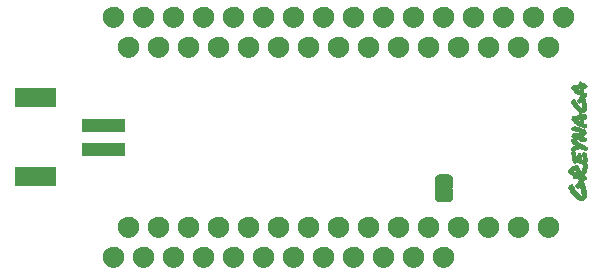
<source format=gbr>
G04 #@! TF.GenerationSoftware,KiCad,Pcbnew,5.1.5-52549c5~84~ubuntu18.04.1*
G04 #@! TF.CreationDate,2020-01-18T20:00:26-07:00*
G04 #@! TF.ProjectId,FeatherWing_KC5,46656174-6865-4725-9769-6e675f4b4335,rev?*
G04 #@! TF.SameCoordinates,Original*
G04 #@! TF.FileFunction,Soldermask,Top*
G04 #@! TF.FilePolarity,Negative*
%FSLAX46Y46*%
G04 Gerber Fmt 4.6, Leading zero omitted, Abs format (unit mm)*
G04 Created by KiCad (PCBNEW 5.1.5-52549c5~84~ubuntu18.04.1) date 2020-01-18 20:00:26*
%MOMM*%
%LPD*%
G04 APERTURE LIST*
%ADD10C,0.010000*%
%ADD11C,0.100000*%
G04 APERTURE END LIST*
D10*
G36*
X161034171Y-94196746D02*
G01*
X161087287Y-94113408D01*
X161166836Y-94030742D01*
X161265471Y-93954104D01*
X161375845Y-93888850D01*
X161490612Y-93840337D01*
X161602426Y-93813924D01*
X161652153Y-93810666D01*
X161717002Y-93813485D01*
X161763116Y-93827034D01*
X161807341Y-93858956D01*
X161850470Y-93900625D01*
X161901562Y-93959614D01*
X161943882Y-94028312D01*
X161984190Y-94118911D01*
X162010212Y-94188835D01*
X162042771Y-94278348D01*
X162065529Y-94333321D01*
X162082039Y-94359390D01*
X162095855Y-94362187D01*
X162110350Y-94347585D01*
X162169605Y-94250100D01*
X162215804Y-94129956D01*
X162252493Y-93977799D01*
X162254510Y-93967231D01*
X162272442Y-93878766D01*
X162290031Y-93803303D01*
X162304415Y-93752732D01*
X162308761Y-93741875D01*
X162315417Y-93717516D01*
X162296196Y-93706960D01*
X162249516Y-93704833D01*
X162184390Y-93693830D01*
X162093793Y-93663051D01*
X161996587Y-93620166D01*
X161901018Y-93575255D01*
X161835175Y-93548562D01*
X161791552Y-93538162D01*
X161762642Y-93542128D01*
X161744024Y-93555361D01*
X161712740Y-93569332D01*
X161654953Y-93583161D01*
X161614884Y-93589560D01*
X161549095Y-93596156D01*
X161510853Y-93591417D01*
X161486095Y-93571789D01*
X161473430Y-93553824D01*
X161450591Y-93503512D01*
X161423578Y-93420452D01*
X161394618Y-93313741D01*
X161365937Y-93192478D01*
X161339761Y-93065762D01*
X161318317Y-92942691D01*
X161310317Y-92887269D01*
X161298761Y-92795801D01*
X161294001Y-92736302D01*
X161296847Y-92698836D01*
X161308106Y-92673463D01*
X161328587Y-92650248D01*
X161329688Y-92649144D01*
X161361920Y-92610472D01*
X161374666Y-92583000D01*
X161393024Y-92567998D01*
X161436630Y-92561833D01*
X161503512Y-92581846D01*
X161556725Y-92641549D01*
X161595897Y-92740444D01*
X161607510Y-92790661D01*
X161626903Y-92878820D01*
X161649704Y-92967946D01*
X161660899Y-93006333D01*
X161681911Y-93078092D01*
X161698728Y-93143148D01*
X161702391Y-93159791D01*
X161722682Y-93204665D01*
X161748406Y-93218000D01*
X161765699Y-93212811D01*
X161774150Y-93191562D01*
X161774870Y-93145727D01*
X161768967Y-93066780D01*
X161768609Y-93062805D01*
X161754545Y-92907610D01*
X161827768Y-92829972D01*
X161876350Y-92784939D01*
X161918340Y-92756923D01*
X161933733Y-92752333D01*
X161960975Y-92769469D01*
X161998352Y-92813936D01*
X162030206Y-92863458D01*
X162064069Y-92928130D01*
X162083404Y-92985410D01*
X162092122Y-93052158D01*
X162094134Y-93138936D01*
X162094944Y-93221916D01*
X162099589Y-93273616D01*
X162111766Y-93305089D01*
X162135172Y-93327387D01*
X162163125Y-93345232D01*
X162211623Y-93372488D01*
X162244285Y-93386681D01*
X162247791Y-93387254D01*
X162258667Y-93367802D01*
X162263140Y-93314807D01*
X162261530Y-93236520D01*
X162254160Y-93141194D01*
X162241351Y-93037081D01*
X162231816Y-92977404D01*
X162199966Y-92794762D01*
X162277467Y-92721662D01*
X162331382Y-92677204D01*
X162373809Y-92664599D01*
X162416849Y-92684765D01*
X162470452Y-92736316D01*
X162506056Y-92796437D01*
X162537902Y-92894488D01*
X162564958Y-93026156D01*
X162586191Y-93187125D01*
X162591380Y-93241731D01*
X162594301Y-93398669D01*
X162572630Y-93521685D01*
X162526220Y-93611420D01*
X162500554Y-93638262D01*
X162465343Y-93670519D01*
X162461024Y-93681853D01*
X162486001Y-93678481D01*
X162490465Y-93677480D01*
X162547369Y-93685823D01*
X162591007Y-93716582D01*
X162631746Y-93783122D01*
X162643677Y-93880235D01*
X162626807Y-94007482D01*
X162582715Y-94159916D01*
X162512347Y-94342028D01*
X162439692Y-94490594D01*
X162369500Y-94597380D01*
X162369500Y-93704833D01*
X162386922Y-93697089D01*
X162383611Y-93690722D01*
X162358491Y-93688189D01*
X162355388Y-93690722D01*
X162358294Y-93703306D01*
X162369500Y-93704833D01*
X162369500Y-94597380D01*
X162366799Y-94601490D01*
X162358207Y-94611982D01*
X162324202Y-94654040D01*
X162316388Y-94673124D01*
X162333277Y-94678297D01*
X162347294Y-94678500D01*
X162394218Y-94687938D01*
X162455949Y-94711469D01*
X162474388Y-94720351D01*
X162542085Y-94772410D01*
X162574704Y-94837413D01*
X162569500Y-94907645D01*
X162552897Y-94940742D01*
X162503817Y-94983259D01*
X162426883Y-95015047D01*
X162336029Y-95032144D01*
X162245192Y-95030586D01*
X162239797Y-95029773D01*
X162152220Y-95015769D01*
X162218131Y-95090837D01*
X162258379Y-95139305D01*
X162291070Y-95187079D01*
X162319556Y-95241956D01*
X162347186Y-95311735D01*
X162377312Y-95404215D01*
X162413286Y-95527195D01*
X162427954Y-95579157D01*
X162492202Y-95825142D01*
X162537202Y-96036604D01*
X162562871Y-96212885D01*
X162569131Y-96353329D01*
X162555900Y-96457277D01*
X162540194Y-96498833D01*
X162461152Y-96606041D01*
X162352152Y-96686896D01*
X162218462Y-96738526D01*
X162065350Y-96758056D01*
X162064945Y-96758062D01*
X161959740Y-96740814D01*
X161841820Y-96688664D01*
X161715604Y-96605426D01*
X161585507Y-96494910D01*
X161455948Y-96360929D01*
X161331344Y-96207293D01*
X161216111Y-96037814D01*
X161200351Y-96012000D01*
X161149410Y-95928717D01*
X161102304Y-95854118D01*
X161066014Y-95799152D01*
X161053460Y-95781604D01*
X161028284Y-95734707D01*
X161015892Y-95684477D01*
X161018092Y-95645194D01*
X161034414Y-95631000D01*
X161055205Y-95614029D01*
X161086069Y-95570868D01*
X161103441Y-95541362D01*
X161140812Y-95483478D01*
X161179938Y-95453163D01*
X161236741Y-95438095D01*
X161236911Y-95438067D01*
X161295889Y-95431344D01*
X161337671Y-95431663D01*
X161343453Y-95433052D01*
X161362504Y-95454880D01*
X161393857Y-95505628D01*
X161431867Y-95575877D01*
X161446592Y-95605138D01*
X161498708Y-95704512D01*
X161559380Y-95810999D01*
X161615901Y-95902335D01*
X161618431Y-95906166D01*
X161684181Y-95993662D01*
X161772299Y-96095006D01*
X161871964Y-96199068D01*
X161972353Y-96294720D01*
X162062647Y-96370832D01*
X162089129Y-96390285D01*
X162134459Y-96419131D01*
X162157992Y-96423331D01*
X162170863Y-96404838D01*
X162170941Y-96404637D01*
X162177648Y-96355100D01*
X162175023Y-96272926D01*
X162163950Y-96166562D01*
X162145311Y-96044454D01*
X162126083Y-95946191D01*
X162126083Y-95017166D01*
X162136666Y-95006583D01*
X162126083Y-94996000D01*
X162115500Y-95006583D01*
X162126083Y-95017166D01*
X162126083Y-95946191D01*
X162119989Y-95915048D01*
X162119575Y-95913150D01*
X162095009Y-95803292D01*
X162075388Y-95729576D01*
X162056818Y-95686742D01*
X162035409Y-95669529D01*
X162007267Y-95672680D01*
X161968499Y-95690934D01*
X161958904Y-95696054D01*
X161902850Y-95720575D01*
X161859283Y-95730076D01*
X161849866Y-95728776D01*
X161820298Y-95732495D01*
X161813973Y-95741830D01*
X161793083Y-95757872D01*
X161756969Y-95741510D01*
X161711857Y-95696839D01*
X161680176Y-95653837D01*
X161623869Y-95568752D01*
X161705643Y-95407939D01*
X161761733Y-95309864D01*
X161830947Y-95205852D01*
X161898532Y-95118039D01*
X161900049Y-95116271D01*
X161954793Y-95050565D01*
X161983357Y-95009617D01*
X161988863Y-94987634D01*
X161974433Y-94978822D01*
X161974132Y-94978769D01*
X161917020Y-94967785D01*
X161837674Y-94951059D01*
X161745690Y-94930794D01*
X161707598Y-94922135D01*
X161707598Y-94506879D01*
X161728909Y-94503455D01*
X161727967Y-94467496D01*
X161706810Y-94396668D01*
X161680017Y-94322269D01*
X161644836Y-94238405D01*
X161612790Y-94193547D01*
X161578285Y-94185278D01*
X161535726Y-94211178D01*
X161501265Y-94245010D01*
X161475426Y-94277043D01*
X161469409Y-94304841D01*
X161486996Y-94336091D01*
X161531972Y-94378479D01*
X161590081Y-94425468D01*
X161662001Y-94480105D01*
X161707598Y-94506879D01*
X161707598Y-94922135D01*
X161650660Y-94909191D01*
X161562179Y-94888451D01*
X161489840Y-94870775D01*
X161443238Y-94858365D01*
X161431397Y-94854233D01*
X161420848Y-94827327D01*
X161421851Y-94782043D01*
X161423484Y-94747624D01*
X161413587Y-94716452D01*
X161386772Y-94682156D01*
X161337649Y-94638366D01*
X161260831Y-94578710D01*
X161230857Y-94556227D01*
X161127629Y-94468409D01*
X161055918Y-94383953D01*
X161019111Y-94307266D01*
X161014833Y-94275397D01*
X161034171Y-94196746D01*
G37*
X161034171Y-94196746D02*
X161087287Y-94113408D01*
X161166836Y-94030742D01*
X161265471Y-93954104D01*
X161375845Y-93888850D01*
X161490612Y-93840337D01*
X161602426Y-93813924D01*
X161652153Y-93810666D01*
X161717002Y-93813485D01*
X161763116Y-93827034D01*
X161807341Y-93858956D01*
X161850470Y-93900625D01*
X161901562Y-93959614D01*
X161943882Y-94028312D01*
X161984190Y-94118911D01*
X162010212Y-94188835D01*
X162042771Y-94278348D01*
X162065529Y-94333321D01*
X162082039Y-94359390D01*
X162095855Y-94362187D01*
X162110350Y-94347585D01*
X162169605Y-94250100D01*
X162215804Y-94129956D01*
X162252493Y-93977799D01*
X162254510Y-93967231D01*
X162272442Y-93878766D01*
X162290031Y-93803303D01*
X162304415Y-93752732D01*
X162308761Y-93741875D01*
X162315417Y-93717516D01*
X162296196Y-93706960D01*
X162249516Y-93704833D01*
X162184390Y-93693830D01*
X162093793Y-93663051D01*
X161996587Y-93620166D01*
X161901018Y-93575255D01*
X161835175Y-93548562D01*
X161791552Y-93538162D01*
X161762642Y-93542128D01*
X161744024Y-93555361D01*
X161712740Y-93569332D01*
X161654953Y-93583161D01*
X161614884Y-93589560D01*
X161549095Y-93596156D01*
X161510853Y-93591417D01*
X161486095Y-93571789D01*
X161473430Y-93553824D01*
X161450591Y-93503512D01*
X161423578Y-93420452D01*
X161394618Y-93313741D01*
X161365937Y-93192478D01*
X161339761Y-93065762D01*
X161318317Y-92942691D01*
X161310317Y-92887269D01*
X161298761Y-92795801D01*
X161294001Y-92736302D01*
X161296847Y-92698836D01*
X161308106Y-92673463D01*
X161328587Y-92650248D01*
X161329688Y-92649144D01*
X161361920Y-92610472D01*
X161374666Y-92583000D01*
X161393024Y-92567998D01*
X161436630Y-92561833D01*
X161503512Y-92581846D01*
X161556725Y-92641549D01*
X161595897Y-92740444D01*
X161607510Y-92790661D01*
X161626903Y-92878820D01*
X161649704Y-92967946D01*
X161660899Y-93006333D01*
X161681911Y-93078092D01*
X161698728Y-93143148D01*
X161702391Y-93159791D01*
X161722682Y-93204665D01*
X161748406Y-93218000D01*
X161765699Y-93212811D01*
X161774150Y-93191562D01*
X161774870Y-93145727D01*
X161768967Y-93066780D01*
X161768609Y-93062805D01*
X161754545Y-92907610D01*
X161827768Y-92829972D01*
X161876350Y-92784939D01*
X161918340Y-92756923D01*
X161933733Y-92752333D01*
X161960975Y-92769469D01*
X161998352Y-92813936D01*
X162030206Y-92863458D01*
X162064069Y-92928130D01*
X162083404Y-92985410D01*
X162092122Y-93052158D01*
X162094134Y-93138936D01*
X162094944Y-93221916D01*
X162099589Y-93273616D01*
X162111766Y-93305089D01*
X162135172Y-93327387D01*
X162163125Y-93345232D01*
X162211623Y-93372488D01*
X162244285Y-93386681D01*
X162247791Y-93387254D01*
X162258667Y-93367802D01*
X162263140Y-93314807D01*
X162261530Y-93236520D01*
X162254160Y-93141194D01*
X162241351Y-93037081D01*
X162231816Y-92977404D01*
X162199966Y-92794762D01*
X162277467Y-92721662D01*
X162331382Y-92677204D01*
X162373809Y-92664599D01*
X162416849Y-92684765D01*
X162470452Y-92736316D01*
X162506056Y-92796437D01*
X162537902Y-92894488D01*
X162564958Y-93026156D01*
X162586191Y-93187125D01*
X162591380Y-93241731D01*
X162594301Y-93398669D01*
X162572630Y-93521685D01*
X162526220Y-93611420D01*
X162500554Y-93638262D01*
X162465343Y-93670519D01*
X162461024Y-93681853D01*
X162486001Y-93678481D01*
X162490465Y-93677480D01*
X162547369Y-93685823D01*
X162591007Y-93716582D01*
X162631746Y-93783122D01*
X162643677Y-93880235D01*
X162626807Y-94007482D01*
X162582715Y-94159916D01*
X162512347Y-94342028D01*
X162439692Y-94490594D01*
X162369500Y-94597380D01*
X162369500Y-93704833D01*
X162386922Y-93697089D01*
X162383611Y-93690722D01*
X162358491Y-93688189D01*
X162355388Y-93690722D01*
X162358294Y-93703306D01*
X162369500Y-93704833D01*
X162369500Y-94597380D01*
X162366799Y-94601490D01*
X162358207Y-94611982D01*
X162324202Y-94654040D01*
X162316388Y-94673124D01*
X162333277Y-94678297D01*
X162347294Y-94678500D01*
X162394218Y-94687938D01*
X162455949Y-94711469D01*
X162474388Y-94720351D01*
X162542085Y-94772410D01*
X162574704Y-94837413D01*
X162569500Y-94907645D01*
X162552897Y-94940742D01*
X162503817Y-94983259D01*
X162426883Y-95015047D01*
X162336029Y-95032144D01*
X162245192Y-95030586D01*
X162239797Y-95029773D01*
X162152220Y-95015769D01*
X162218131Y-95090837D01*
X162258379Y-95139305D01*
X162291070Y-95187079D01*
X162319556Y-95241956D01*
X162347186Y-95311735D01*
X162377312Y-95404215D01*
X162413286Y-95527195D01*
X162427954Y-95579157D01*
X162492202Y-95825142D01*
X162537202Y-96036604D01*
X162562871Y-96212885D01*
X162569131Y-96353329D01*
X162555900Y-96457277D01*
X162540194Y-96498833D01*
X162461152Y-96606041D01*
X162352152Y-96686896D01*
X162218462Y-96738526D01*
X162065350Y-96758056D01*
X162064945Y-96758062D01*
X161959740Y-96740814D01*
X161841820Y-96688664D01*
X161715604Y-96605426D01*
X161585507Y-96494910D01*
X161455948Y-96360929D01*
X161331344Y-96207293D01*
X161216111Y-96037814D01*
X161200351Y-96012000D01*
X161149410Y-95928717D01*
X161102304Y-95854118D01*
X161066014Y-95799152D01*
X161053460Y-95781604D01*
X161028284Y-95734707D01*
X161015892Y-95684477D01*
X161018092Y-95645194D01*
X161034414Y-95631000D01*
X161055205Y-95614029D01*
X161086069Y-95570868D01*
X161103441Y-95541362D01*
X161140812Y-95483478D01*
X161179938Y-95453163D01*
X161236741Y-95438095D01*
X161236911Y-95438067D01*
X161295889Y-95431344D01*
X161337671Y-95431663D01*
X161343453Y-95433052D01*
X161362504Y-95454880D01*
X161393857Y-95505628D01*
X161431867Y-95575877D01*
X161446592Y-95605138D01*
X161498708Y-95704512D01*
X161559380Y-95810999D01*
X161615901Y-95902335D01*
X161618431Y-95906166D01*
X161684181Y-95993662D01*
X161772299Y-96095006D01*
X161871964Y-96199068D01*
X161972353Y-96294720D01*
X162062647Y-96370832D01*
X162089129Y-96390285D01*
X162134459Y-96419131D01*
X162157992Y-96423331D01*
X162170863Y-96404838D01*
X162170941Y-96404637D01*
X162177648Y-96355100D01*
X162175023Y-96272926D01*
X162163950Y-96166562D01*
X162145311Y-96044454D01*
X162126083Y-95946191D01*
X162126083Y-95017166D01*
X162136666Y-95006583D01*
X162126083Y-94996000D01*
X162115500Y-95006583D01*
X162126083Y-95017166D01*
X162126083Y-95946191D01*
X162119989Y-95915048D01*
X162119575Y-95913150D01*
X162095009Y-95803292D01*
X162075388Y-95729576D01*
X162056818Y-95686742D01*
X162035409Y-95669529D01*
X162007267Y-95672680D01*
X161968499Y-95690934D01*
X161958904Y-95696054D01*
X161902850Y-95720575D01*
X161859283Y-95730076D01*
X161849866Y-95728776D01*
X161820298Y-95732495D01*
X161813973Y-95741830D01*
X161793083Y-95757872D01*
X161756969Y-95741510D01*
X161711857Y-95696839D01*
X161680176Y-95653837D01*
X161623869Y-95568752D01*
X161705643Y-95407939D01*
X161761733Y-95309864D01*
X161830947Y-95205852D01*
X161898532Y-95118039D01*
X161900049Y-95116271D01*
X161954793Y-95050565D01*
X161983357Y-95009617D01*
X161988863Y-94987634D01*
X161974433Y-94978822D01*
X161974132Y-94978769D01*
X161917020Y-94967785D01*
X161837674Y-94951059D01*
X161745690Y-94930794D01*
X161707598Y-94922135D01*
X161707598Y-94506879D01*
X161728909Y-94503455D01*
X161727967Y-94467496D01*
X161706810Y-94396668D01*
X161680017Y-94322269D01*
X161644836Y-94238405D01*
X161612790Y-94193547D01*
X161578285Y-94185278D01*
X161535726Y-94211178D01*
X161501265Y-94245010D01*
X161475426Y-94277043D01*
X161469409Y-94304841D01*
X161486996Y-94336091D01*
X161531972Y-94378479D01*
X161590081Y-94425468D01*
X161662001Y-94480105D01*
X161707598Y-94506879D01*
X161707598Y-94922135D01*
X161650660Y-94909191D01*
X161562179Y-94888451D01*
X161489840Y-94870775D01*
X161443238Y-94858365D01*
X161431397Y-94854233D01*
X161420848Y-94827327D01*
X161421851Y-94782043D01*
X161423484Y-94747624D01*
X161413587Y-94716452D01*
X161386772Y-94682156D01*
X161337649Y-94638366D01*
X161260831Y-94578710D01*
X161230857Y-94556227D01*
X161127629Y-94468409D01*
X161055918Y-94383953D01*
X161019111Y-94307266D01*
X161014833Y-94275397D01*
X161034171Y-94196746D01*
G36*
X161282410Y-91675527D02*
G01*
X161316936Y-91624711D01*
X161340450Y-91597014D01*
X161385687Y-91553881D01*
X161427156Y-91533622D01*
X161471764Y-91538106D01*
X161526420Y-91569201D01*
X161598030Y-91628776D01*
X161655406Y-91682196D01*
X161762928Y-91772548D01*
X161908353Y-91875570D01*
X162089630Y-91989939D01*
X162304708Y-92114333D01*
X162443583Y-92190259D01*
X162548768Y-92251668D01*
X162615613Y-92302273D01*
X162643174Y-92341328D01*
X162643838Y-92348920D01*
X162635599Y-92374649D01*
X162616720Y-92421072D01*
X162615119Y-92424763D01*
X162570739Y-92483978D01*
X162505077Y-92526710D01*
X162444735Y-92540666D01*
X162414891Y-92531433D01*
X162356902Y-92506499D01*
X162280014Y-92470017D01*
X162218190Y-92438953D01*
X162020250Y-92337240D01*
X161950684Y-92384448D01*
X161892295Y-92415931D01*
X161813577Y-92443120D01*
X161708056Y-92467701D01*
X161569259Y-92491361D01*
X161503817Y-92500827D01*
X161421923Y-92511109D01*
X161370394Y-92513154D01*
X161337870Y-92505883D01*
X161312993Y-92488214D01*
X161306673Y-92482081D01*
X161283730Y-92456286D01*
X161277713Y-92432020D01*
X161289276Y-92395402D01*
X161313165Y-92344717D01*
X161345806Y-92285770D01*
X161382296Y-92245171D01*
X161432843Y-92216603D01*
X161507651Y-92193752D01*
X161584429Y-92176848D01*
X161720108Y-92149083D01*
X161613510Y-92074541D01*
X161490151Y-91981847D01*
X161390379Y-91893690D01*
X161318034Y-91814112D01*
X161276954Y-91747155D01*
X161268833Y-91711635D01*
X161282410Y-91675527D01*
G37*
X161282410Y-91675527D02*
X161316936Y-91624711D01*
X161340450Y-91597014D01*
X161385687Y-91553881D01*
X161427156Y-91533622D01*
X161471764Y-91538106D01*
X161526420Y-91569201D01*
X161598030Y-91628776D01*
X161655406Y-91682196D01*
X161762928Y-91772548D01*
X161908353Y-91875570D01*
X162089630Y-91989939D01*
X162304708Y-92114333D01*
X162443583Y-92190259D01*
X162548768Y-92251668D01*
X162615613Y-92302273D01*
X162643174Y-92341328D01*
X162643838Y-92348920D01*
X162635599Y-92374649D01*
X162616720Y-92421072D01*
X162615119Y-92424763D01*
X162570739Y-92483978D01*
X162505077Y-92526710D01*
X162444735Y-92540666D01*
X162414891Y-92531433D01*
X162356902Y-92506499D01*
X162280014Y-92470017D01*
X162218190Y-92438953D01*
X162020250Y-92337240D01*
X161950684Y-92384448D01*
X161892295Y-92415931D01*
X161813577Y-92443120D01*
X161708056Y-92467701D01*
X161569259Y-92491361D01*
X161503817Y-92500827D01*
X161421923Y-92511109D01*
X161370394Y-92513154D01*
X161337870Y-92505883D01*
X161312993Y-92488214D01*
X161306673Y-92482081D01*
X161283730Y-92456286D01*
X161277713Y-92432020D01*
X161289276Y-92395402D01*
X161313165Y-92344717D01*
X161345806Y-92285770D01*
X161382296Y-92245171D01*
X161432843Y-92216603D01*
X161507651Y-92193752D01*
X161584429Y-92176848D01*
X161720108Y-92149083D01*
X161613510Y-92074541D01*
X161490151Y-91981847D01*
X161390379Y-91893690D01*
X161318034Y-91814112D01*
X161276954Y-91747155D01*
X161268833Y-91711635D01*
X161282410Y-91675527D01*
G36*
X161302137Y-88406840D02*
G01*
X161332348Y-88352653D01*
X161371333Y-88298736D01*
X161409791Y-88258077D01*
X161436634Y-88243544D01*
X161484498Y-88237888D01*
X161515106Y-88231129D01*
X161537528Y-88230119D01*
X161560044Y-88243890D01*
X161587437Y-88278350D01*
X161624489Y-88339409D01*
X161670992Y-88423736D01*
X161807433Y-88646540D01*
X161955529Y-88830904D01*
X162111690Y-88975088D01*
X162231916Y-89069635D01*
X162242500Y-88947776D01*
X162246182Y-88880260D01*
X162244761Y-88831645D01*
X162240328Y-88815333D01*
X162230429Y-88789894D01*
X162219262Y-88736661D01*
X162213531Y-88698916D01*
X162198980Y-88613658D01*
X162179483Y-88527837D01*
X162172774Y-88503730D01*
X162146059Y-88414376D01*
X162086026Y-88445521D01*
X162035356Y-88467580D01*
X161998427Y-88476666D01*
X161967498Y-88492230D01*
X161962793Y-88500868D01*
X161942505Y-88514509D01*
X161907747Y-88499181D01*
X161867456Y-88461190D01*
X161831168Y-88407966D01*
X161792599Y-88336347D01*
X161879735Y-88177580D01*
X161926837Y-88097269D01*
X161973997Y-88025966D01*
X162012647Y-87976418D01*
X162020019Y-87968883D01*
X162055982Y-87928953D01*
X162072720Y-87898245D01*
X162072879Y-87896185D01*
X162054557Y-87878646D01*
X162009666Y-87852158D01*
X162009666Y-87480405D01*
X162009666Y-87398184D01*
X162006682Y-87336372D01*
X161999332Y-87289860D01*
X161997627Y-87284589D01*
X161975234Y-87267332D01*
X161925577Y-87268770D01*
X161844467Y-87289318D01*
X161798138Y-87304384D01*
X161787867Y-87321198D01*
X161814515Y-87352761D01*
X161878839Y-87399788D01*
X161940875Y-87438782D01*
X162009666Y-87480405D01*
X162009666Y-87852158D01*
X162005416Y-87849650D01*
X161933798Y-87813808D01*
X161878518Y-87788750D01*
X161737133Y-87724372D01*
X161632497Y-87670040D01*
X161560922Y-87623258D01*
X161518724Y-87581531D01*
X161502217Y-87542362D01*
X161501666Y-87533588D01*
X161483054Y-87475518D01*
X161431193Y-87408861D01*
X161352048Y-87340977D01*
X161336950Y-87330285D01*
X161308861Y-87307541D01*
X161298824Y-87282010D01*
X161304575Y-87239418D01*
X161315656Y-87196013D01*
X161344617Y-87119131D01*
X161388178Y-87070330D01*
X161456507Y-87041404D01*
X161522833Y-87028826D01*
X161593455Y-87017150D01*
X161684831Y-86999849D01*
X161771541Y-86981869D01*
X161853321Y-86961948D01*
X161900864Y-86943992D01*
X161921891Y-86924358D01*
X161925000Y-86909418D01*
X161935752Y-86863830D01*
X161962261Y-86808506D01*
X161995902Y-86757502D01*
X162028052Y-86724872D01*
X162041314Y-86719833D01*
X162070780Y-86734648D01*
X162113459Y-86772087D01*
X162133579Y-86793634D01*
X162177436Y-86838901D01*
X162214759Y-86857939D01*
X162264560Y-86858278D01*
X162289230Y-86855269D01*
X162387551Y-86862283D01*
X162476801Y-86907852D01*
X162550679Y-86988290D01*
X162569120Y-87019070D01*
X162594285Y-87073643D01*
X162597327Y-87115463D01*
X162581970Y-87162394D01*
X162555687Y-87206507D01*
X162529446Y-87220420D01*
X162527213Y-87219781D01*
X162494471Y-87226056D01*
X162463458Y-87250427D01*
X162424570Y-87284926D01*
X162396306Y-87282171D01*
X162368623Y-87240395D01*
X162365078Y-87233125D01*
X162334326Y-87189269D01*
X162304344Y-87174482D01*
X162284895Y-87189402D01*
X162284286Y-87227833D01*
X162289915Y-87278129D01*
X162293796Y-87351690D01*
X162294869Y-87407000D01*
X162292964Y-87480371D01*
X162284140Y-87523228D01*
X162264933Y-87547246D01*
X162250805Y-87555616D01*
X162224022Y-87577954D01*
X162232674Y-87602189D01*
X162278758Y-87630083D01*
X162364269Y-87663400D01*
X162378250Y-87668175D01*
X162450942Y-87696772D01*
X162512271Y-87727914D01*
X162538825Y-87746409D01*
X162572748Y-87799816D01*
X162579367Y-87863409D01*
X162562249Y-87924640D01*
X162524961Y-87970960D01*
X162471070Y-87989822D01*
X162469624Y-87989833D01*
X162432017Y-88001465D01*
X162422381Y-88011057D01*
X162394160Y-88020753D01*
X162370320Y-88011439D01*
X162346948Y-88000706D01*
X162342615Y-88008947D01*
X162357210Y-88043948D01*
X162369482Y-88069590D01*
X162391851Y-88125942D01*
X162420915Y-88213395D01*
X162453767Y-88321820D01*
X162487502Y-88441085D01*
X162519216Y-88561063D01*
X162546002Y-88671623D01*
X162558042Y-88726990D01*
X162581077Y-88897748D01*
X162573692Y-89039447D01*
X162535355Y-89153007D01*
X162465533Y-89239349D01*
X162363695Y-89299395D01*
X162229307Y-89334065D01*
X162205321Y-89337252D01*
X162099770Y-89349753D01*
X162143680Y-89415918D01*
X162176234Y-89457612D01*
X162210978Y-89474897D01*
X162266040Y-89475610D01*
X162279429Y-89474590D01*
X162353629Y-89475963D01*
X162421943Y-89488791D01*
X162434433Y-89493260D01*
X162506251Y-89540564D01*
X162559215Y-89608897D01*
X162587531Y-89686450D01*
X162585402Y-89761415D01*
X162576964Y-89783708D01*
X162546023Y-89820285D01*
X162517712Y-89831333D01*
X162477112Y-89846088D01*
X162444035Y-89873167D01*
X162404601Y-89902320D01*
X162378138Y-89892877D01*
X162369500Y-89851995D01*
X162355868Y-89817321D01*
X162325166Y-89787664D01*
X162292682Y-89775218D01*
X162279501Y-89780221D01*
X162276793Y-89805897D01*
X162283818Y-89855748D01*
X162286796Y-89869435D01*
X162305062Y-89985944D01*
X162302135Y-90081038D01*
X162278574Y-90148206D01*
X162261126Y-90167800D01*
X162216253Y-90204136D01*
X162269745Y-90239185D01*
X162324130Y-90266316D01*
X162395572Y-90291852D01*
X162419508Y-90298475D01*
X162506719Y-90335821D01*
X162560806Y-90393455D01*
X162578267Y-90467287D01*
X162577163Y-90482746D01*
X162553763Y-90535053D01*
X162505091Y-90583156D01*
X162445578Y-90616658D01*
X162389657Y-90625166D01*
X162381808Y-90623455D01*
X162362795Y-90616959D01*
X162332721Y-90604885D01*
X162287653Y-90585463D01*
X162223662Y-90556921D01*
X162136816Y-90517490D01*
X162023185Y-90465399D01*
X162009666Y-90459169D01*
X162009666Y-90088042D01*
X162009666Y-89992687D01*
X162005570Y-89932610D01*
X161995237Y-89892283D01*
X161989585Y-89884921D01*
X161958611Y-89882360D01*
X161903116Y-89890072D01*
X161872349Y-89896974D01*
X161815135Y-89913060D01*
X161792419Y-89926915D01*
X161797253Y-89944932D01*
X161807261Y-89956872D01*
X161845369Y-89989043D01*
X161902539Y-90027296D01*
X161924497Y-90040174D01*
X162009666Y-90088042D01*
X162009666Y-90459169D01*
X161878838Y-90398877D01*
X161710106Y-90320900D01*
X161612749Y-90272446D01*
X161549692Y-90231330D01*
X161514842Y-90192218D01*
X161502108Y-90149775D01*
X161501666Y-90138379D01*
X161482337Y-90087950D01*
X161424184Y-90021862D01*
X161395885Y-89996081D01*
X161290104Y-89903547D01*
X161327094Y-89788065D01*
X161349545Y-89722688D01*
X161371346Y-89686336D01*
X161404567Y-89667659D01*
X161461280Y-89655304D01*
X161469916Y-89653765D01*
X161617833Y-89627001D01*
X161729201Y-89605352D01*
X161809264Y-89587198D01*
X161863268Y-89570917D01*
X161896456Y-89554889D01*
X161914074Y-89537492D01*
X161921366Y-89517106D01*
X161921837Y-89514093D01*
X161939679Y-89458545D01*
X161969462Y-89405010D01*
X161999840Y-89356102D01*
X162003459Y-89321423D01*
X161976530Y-89290002D01*
X161916471Y-89251573D01*
X161860657Y-89211419D01*
X161789089Y-89149530D01*
X161713498Y-89076364D01*
X161678346Y-89039346D01*
X161616861Y-88967154D01*
X161549275Y-88879109D01*
X161480545Y-88782755D01*
X161415627Y-88685634D01*
X161359478Y-88595293D01*
X161317056Y-88519273D01*
X161293316Y-88465120D01*
X161290000Y-88448309D01*
X161302137Y-88406840D01*
G37*
X161302137Y-88406840D02*
X161332348Y-88352653D01*
X161371333Y-88298736D01*
X161409791Y-88258077D01*
X161436634Y-88243544D01*
X161484498Y-88237888D01*
X161515106Y-88231129D01*
X161537528Y-88230119D01*
X161560044Y-88243890D01*
X161587437Y-88278350D01*
X161624489Y-88339409D01*
X161670992Y-88423736D01*
X161807433Y-88646540D01*
X161955529Y-88830904D01*
X162111690Y-88975088D01*
X162231916Y-89069635D01*
X162242500Y-88947776D01*
X162246182Y-88880260D01*
X162244761Y-88831645D01*
X162240328Y-88815333D01*
X162230429Y-88789894D01*
X162219262Y-88736661D01*
X162213531Y-88698916D01*
X162198980Y-88613658D01*
X162179483Y-88527837D01*
X162172774Y-88503730D01*
X162146059Y-88414376D01*
X162086026Y-88445521D01*
X162035356Y-88467580D01*
X161998427Y-88476666D01*
X161967498Y-88492230D01*
X161962793Y-88500868D01*
X161942505Y-88514509D01*
X161907747Y-88499181D01*
X161867456Y-88461190D01*
X161831168Y-88407966D01*
X161792599Y-88336347D01*
X161879735Y-88177580D01*
X161926837Y-88097269D01*
X161973997Y-88025966D01*
X162012647Y-87976418D01*
X162020019Y-87968883D01*
X162055982Y-87928953D01*
X162072720Y-87898245D01*
X162072879Y-87896185D01*
X162054557Y-87878646D01*
X162009666Y-87852158D01*
X162009666Y-87480405D01*
X162009666Y-87398184D01*
X162006682Y-87336372D01*
X161999332Y-87289860D01*
X161997627Y-87284589D01*
X161975234Y-87267332D01*
X161925577Y-87268770D01*
X161844467Y-87289318D01*
X161798138Y-87304384D01*
X161787867Y-87321198D01*
X161814515Y-87352761D01*
X161878839Y-87399788D01*
X161940875Y-87438782D01*
X162009666Y-87480405D01*
X162009666Y-87852158D01*
X162005416Y-87849650D01*
X161933798Y-87813808D01*
X161878518Y-87788750D01*
X161737133Y-87724372D01*
X161632497Y-87670040D01*
X161560922Y-87623258D01*
X161518724Y-87581531D01*
X161502217Y-87542362D01*
X161501666Y-87533588D01*
X161483054Y-87475518D01*
X161431193Y-87408861D01*
X161352048Y-87340977D01*
X161336950Y-87330285D01*
X161308861Y-87307541D01*
X161298824Y-87282010D01*
X161304575Y-87239418D01*
X161315656Y-87196013D01*
X161344617Y-87119131D01*
X161388178Y-87070330D01*
X161456507Y-87041404D01*
X161522833Y-87028826D01*
X161593455Y-87017150D01*
X161684831Y-86999849D01*
X161771541Y-86981869D01*
X161853321Y-86961948D01*
X161900864Y-86943992D01*
X161921891Y-86924358D01*
X161925000Y-86909418D01*
X161935752Y-86863830D01*
X161962261Y-86808506D01*
X161995902Y-86757502D01*
X162028052Y-86724872D01*
X162041314Y-86719833D01*
X162070780Y-86734648D01*
X162113459Y-86772087D01*
X162133579Y-86793634D01*
X162177436Y-86838901D01*
X162214759Y-86857939D01*
X162264560Y-86858278D01*
X162289230Y-86855269D01*
X162387551Y-86862283D01*
X162476801Y-86907852D01*
X162550679Y-86988290D01*
X162569120Y-87019070D01*
X162594285Y-87073643D01*
X162597327Y-87115463D01*
X162581970Y-87162394D01*
X162555687Y-87206507D01*
X162529446Y-87220420D01*
X162527213Y-87219781D01*
X162494471Y-87226056D01*
X162463458Y-87250427D01*
X162424570Y-87284926D01*
X162396306Y-87282171D01*
X162368623Y-87240395D01*
X162365078Y-87233125D01*
X162334326Y-87189269D01*
X162304344Y-87174482D01*
X162284895Y-87189402D01*
X162284286Y-87227833D01*
X162289915Y-87278129D01*
X162293796Y-87351690D01*
X162294869Y-87407000D01*
X162292964Y-87480371D01*
X162284140Y-87523228D01*
X162264933Y-87547246D01*
X162250805Y-87555616D01*
X162224022Y-87577954D01*
X162232674Y-87602189D01*
X162278758Y-87630083D01*
X162364269Y-87663400D01*
X162378250Y-87668175D01*
X162450942Y-87696772D01*
X162512271Y-87727914D01*
X162538825Y-87746409D01*
X162572748Y-87799816D01*
X162579367Y-87863409D01*
X162562249Y-87924640D01*
X162524961Y-87970960D01*
X162471070Y-87989822D01*
X162469624Y-87989833D01*
X162432017Y-88001465D01*
X162422381Y-88011057D01*
X162394160Y-88020753D01*
X162370320Y-88011439D01*
X162346948Y-88000706D01*
X162342615Y-88008947D01*
X162357210Y-88043948D01*
X162369482Y-88069590D01*
X162391851Y-88125942D01*
X162420915Y-88213395D01*
X162453767Y-88321820D01*
X162487502Y-88441085D01*
X162519216Y-88561063D01*
X162546002Y-88671623D01*
X162558042Y-88726990D01*
X162581077Y-88897748D01*
X162573692Y-89039447D01*
X162535355Y-89153007D01*
X162465533Y-89239349D01*
X162363695Y-89299395D01*
X162229307Y-89334065D01*
X162205321Y-89337252D01*
X162099770Y-89349753D01*
X162143680Y-89415918D01*
X162176234Y-89457612D01*
X162210978Y-89474897D01*
X162266040Y-89475610D01*
X162279429Y-89474590D01*
X162353629Y-89475963D01*
X162421943Y-89488791D01*
X162434433Y-89493260D01*
X162506251Y-89540564D01*
X162559215Y-89608897D01*
X162587531Y-89686450D01*
X162585402Y-89761415D01*
X162576964Y-89783708D01*
X162546023Y-89820285D01*
X162517712Y-89831333D01*
X162477112Y-89846088D01*
X162444035Y-89873167D01*
X162404601Y-89902320D01*
X162378138Y-89892877D01*
X162369500Y-89851995D01*
X162355868Y-89817321D01*
X162325166Y-89787664D01*
X162292682Y-89775218D01*
X162279501Y-89780221D01*
X162276793Y-89805897D01*
X162283818Y-89855748D01*
X162286796Y-89869435D01*
X162305062Y-89985944D01*
X162302135Y-90081038D01*
X162278574Y-90148206D01*
X162261126Y-90167800D01*
X162216253Y-90204136D01*
X162269745Y-90239185D01*
X162324130Y-90266316D01*
X162395572Y-90291852D01*
X162419508Y-90298475D01*
X162506719Y-90335821D01*
X162560806Y-90393455D01*
X162578267Y-90467287D01*
X162577163Y-90482746D01*
X162553763Y-90535053D01*
X162505091Y-90583156D01*
X162445578Y-90616658D01*
X162389657Y-90625166D01*
X162381808Y-90623455D01*
X162362795Y-90616959D01*
X162332721Y-90604885D01*
X162287653Y-90585463D01*
X162223662Y-90556921D01*
X162136816Y-90517490D01*
X162023185Y-90465399D01*
X162009666Y-90459169D01*
X162009666Y-90088042D01*
X162009666Y-89992687D01*
X162005570Y-89932610D01*
X161995237Y-89892283D01*
X161989585Y-89884921D01*
X161958611Y-89882360D01*
X161903116Y-89890072D01*
X161872349Y-89896974D01*
X161815135Y-89913060D01*
X161792419Y-89926915D01*
X161797253Y-89944932D01*
X161807261Y-89956872D01*
X161845369Y-89989043D01*
X161902539Y-90027296D01*
X161924497Y-90040174D01*
X162009666Y-90088042D01*
X162009666Y-90459169D01*
X161878838Y-90398877D01*
X161710106Y-90320900D01*
X161612749Y-90272446D01*
X161549692Y-90231330D01*
X161514842Y-90192218D01*
X161502108Y-90149775D01*
X161501666Y-90138379D01*
X161482337Y-90087950D01*
X161424184Y-90021862D01*
X161395885Y-89996081D01*
X161290104Y-89903547D01*
X161327094Y-89788065D01*
X161349545Y-89722688D01*
X161371346Y-89686336D01*
X161404567Y-89667659D01*
X161461280Y-89655304D01*
X161469916Y-89653765D01*
X161617833Y-89627001D01*
X161729201Y-89605352D01*
X161809264Y-89587198D01*
X161863268Y-89570917D01*
X161896456Y-89554889D01*
X161914074Y-89537492D01*
X161921366Y-89517106D01*
X161921837Y-89514093D01*
X161939679Y-89458545D01*
X161969462Y-89405010D01*
X161999840Y-89356102D01*
X162003459Y-89321423D01*
X161976530Y-89290002D01*
X161916471Y-89251573D01*
X161860657Y-89211419D01*
X161789089Y-89149530D01*
X161713498Y-89076364D01*
X161678346Y-89039346D01*
X161616861Y-88967154D01*
X161549275Y-88879109D01*
X161480545Y-88782755D01*
X161415627Y-88685634D01*
X161359478Y-88595293D01*
X161317056Y-88519273D01*
X161293316Y-88465120D01*
X161290000Y-88448309D01*
X161302137Y-88406840D01*
G36*
X161281866Y-90739172D02*
G01*
X161310494Y-90695763D01*
X161320874Y-90682901D01*
X161355302Y-90637592D01*
X161373706Y-90604815D01*
X161374666Y-90600133D01*
X161391132Y-90577746D01*
X161431405Y-90547872D01*
X161437723Y-90544045D01*
X161488326Y-90520938D01*
X161538418Y-90519232D01*
X161585890Y-90529714D01*
X161638566Y-90547556D01*
X161668446Y-90564771D01*
X161671000Y-90569572D01*
X161690439Y-90579803D01*
X161742437Y-90592833D01*
X161817514Y-90606479D01*
X161856208Y-90612226D01*
X162067668Y-90652865D01*
X162241975Y-90710785D01*
X162378549Y-90785727D01*
X162476814Y-90877430D01*
X162492315Y-90898481D01*
X162531632Y-90972634D01*
X162538173Y-91039422D01*
X162510228Y-91106730D01*
X162446086Y-91182442D01*
X162426593Y-91201344D01*
X162364480Y-91256181D01*
X162307939Y-91299389D01*
X162268849Y-91321922D01*
X162267843Y-91322257D01*
X162231630Y-91339202D01*
X162221496Y-91351468D01*
X162239270Y-91371625D01*
X162283938Y-91400519D01*
X162342979Y-91431446D01*
X162403870Y-91457701D01*
X162443583Y-91470381D01*
X162513303Y-91501454D01*
X162562881Y-91550516D01*
X162581166Y-91605168D01*
X162566095Y-91650519D01*
X162544125Y-91677670D01*
X162481030Y-91721602D01*
X162401802Y-91761625D01*
X162323533Y-91790181D01*
X162267806Y-91799833D01*
X162231108Y-91790762D01*
X162162657Y-91765270D01*
X162068529Y-91725935D01*
X161954800Y-91675340D01*
X161827546Y-91616064D01*
X161769390Y-91588166D01*
X161643482Y-91527659D01*
X161529922Y-91473895D01*
X161434362Y-91429485D01*
X161362456Y-91397040D01*
X161319856Y-91379170D01*
X161311010Y-91376500D01*
X161292272Y-91364696D01*
X161297648Y-91326765D01*
X161327735Y-91258925D01*
X161330273Y-91253948D01*
X161397828Y-91152960D01*
X161477075Y-91092360D01*
X161569713Y-91071399D01*
X161677436Y-91089329D01*
X161692166Y-91094310D01*
X161744473Y-91106381D01*
X161817115Y-91115022D01*
X161899519Y-91120049D01*
X161981112Y-91121281D01*
X162051323Y-91118533D01*
X162099579Y-91111623D01*
X162115500Y-91101633D01*
X162096284Y-91068377D01*
X162044379Y-91029755D01*
X161968401Y-90989681D01*
X161876963Y-90952072D01*
X161778680Y-90920845D01*
X161682166Y-90899915D01*
X161666900Y-90897708D01*
X161594874Y-90884198D01*
X161511435Y-90862674D01*
X161427090Y-90836642D01*
X161352343Y-90809609D01*
X161297699Y-90785083D01*
X161273665Y-90766572D01*
X161273606Y-90766403D01*
X161281866Y-90739172D01*
G37*
X161281866Y-90739172D02*
X161310494Y-90695763D01*
X161320874Y-90682901D01*
X161355302Y-90637592D01*
X161373706Y-90604815D01*
X161374666Y-90600133D01*
X161391132Y-90577746D01*
X161431405Y-90547872D01*
X161437723Y-90544045D01*
X161488326Y-90520938D01*
X161538418Y-90519232D01*
X161585890Y-90529714D01*
X161638566Y-90547556D01*
X161668446Y-90564771D01*
X161671000Y-90569572D01*
X161690439Y-90579803D01*
X161742437Y-90592833D01*
X161817514Y-90606479D01*
X161856208Y-90612226D01*
X162067668Y-90652865D01*
X162241975Y-90710785D01*
X162378549Y-90785727D01*
X162476814Y-90877430D01*
X162492315Y-90898481D01*
X162531632Y-90972634D01*
X162538173Y-91039422D01*
X162510228Y-91106730D01*
X162446086Y-91182442D01*
X162426593Y-91201344D01*
X162364480Y-91256181D01*
X162307939Y-91299389D01*
X162268849Y-91321922D01*
X162267843Y-91322257D01*
X162231630Y-91339202D01*
X162221496Y-91351468D01*
X162239270Y-91371625D01*
X162283938Y-91400519D01*
X162342979Y-91431446D01*
X162403870Y-91457701D01*
X162443583Y-91470381D01*
X162513303Y-91501454D01*
X162562881Y-91550516D01*
X162581166Y-91605168D01*
X162566095Y-91650519D01*
X162544125Y-91677670D01*
X162481030Y-91721602D01*
X162401802Y-91761625D01*
X162323533Y-91790181D01*
X162267806Y-91799833D01*
X162231108Y-91790762D01*
X162162657Y-91765270D01*
X162068529Y-91725935D01*
X161954800Y-91675340D01*
X161827546Y-91616064D01*
X161769390Y-91588166D01*
X161643482Y-91527659D01*
X161529922Y-91473895D01*
X161434362Y-91429485D01*
X161362456Y-91397040D01*
X161319856Y-91379170D01*
X161311010Y-91376500D01*
X161292272Y-91364696D01*
X161297648Y-91326765D01*
X161327735Y-91258925D01*
X161330273Y-91253948D01*
X161397828Y-91152960D01*
X161477075Y-91092360D01*
X161569713Y-91071399D01*
X161677436Y-91089329D01*
X161692166Y-91094310D01*
X161744473Y-91106381D01*
X161817115Y-91115022D01*
X161899519Y-91120049D01*
X161981112Y-91121281D01*
X162051323Y-91118533D01*
X162099579Y-91111623D01*
X162115500Y-91101633D01*
X162096284Y-91068377D01*
X162044379Y-91029755D01*
X161968401Y-90989681D01*
X161876963Y-90952072D01*
X161778680Y-90920845D01*
X161682166Y-90899915D01*
X161666900Y-90897708D01*
X161594874Y-90884198D01*
X161511435Y-90862674D01*
X161427090Y-90836642D01*
X161352343Y-90809609D01*
X161297699Y-90785083D01*
X161273665Y-90766572D01*
X161273606Y-90766403D01*
X161281866Y-90739172D01*
D11*
G36*
X122701732Y-100710739D02*
G01*
X122817754Y-100733817D01*
X122981689Y-100801721D01*
X123129227Y-100900303D01*
X123254697Y-101025773D01*
X123353279Y-101173311D01*
X123421183Y-101337246D01*
X123455800Y-101511279D01*
X123455800Y-101688721D01*
X123421183Y-101862754D01*
X123353279Y-102026689D01*
X123254697Y-102174227D01*
X123129227Y-102299697D01*
X122981689Y-102398279D01*
X122817754Y-102466183D01*
X122701732Y-102489261D01*
X122643722Y-102500800D01*
X122466278Y-102500800D01*
X122408268Y-102489261D01*
X122292246Y-102466183D01*
X122128311Y-102398279D01*
X121980773Y-102299697D01*
X121855303Y-102174227D01*
X121756721Y-102026689D01*
X121688817Y-101862754D01*
X121654200Y-101688721D01*
X121654200Y-101511279D01*
X121688817Y-101337246D01*
X121756721Y-101173311D01*
X121855303Y-101025773D01*
X121980773Y-100900303D01*
X122128311Y-100801721D01*
X122292246Y-100733817D01*
X122408268Y-100710739D01*
X122466278Y-100699200D01*
X122643722Y-100699200D01*
X122701732Y-100710739D01*
G37*
G36*
X150641732Y-100710739D02*
G01*
X150757754Y-100733817D01*
X150921689Y-100801721D01*
X151069227Y-100900303D01*
X151194697Y-101025773D01*
X151293279Y-101173311D01*
X151361183Y-101337246D01*
X151395800Y-101511279D01*
X151395800Y-101688721D01*
X151361183Y-101862754D01*
X151293279Y-102026689D01*
X151194697Y-102174227D01*
X151069227Y-102299697D01*
X150921689Y-102398279D01*
X150757754Y-102466183D01*
X150641732Y-102489261D01*
X150583722Y-102500800D01*
X150406278Y-102500800D01*
X150348268Y-102489261D01*
X150232246Y-102466183D01*
X150068311Y-102398279D01*
X149920773Y-102299697D01*
X149795303Y-102174227D01*
X149696721Y-102026689D01*
X149628817Y-101862754D01*
X149594200Y-101688721D01*
X149594200Y-101511279D01*
X149628817Y-101337246D01*
X149696721Y-101173311D01*
X149795303Y-101025773D01*
X149920773Y-100900303D01*
X150068311Y-100801721D01*
X150232246Y-100733817D01*
X150348268Y-100710739D01*
X150406278Y-100699200D01*
X150583722Y-100699200D01*
X150641732Y-100710739D01*
G37*
G36*
X148101732Y-100710739D02*
G01*
X148217754Y-100733817D01*
X148381689Y-100801721D01*
X148529227Y-100900303D01*
X148654697Y-101025773D01*
X148753279Y-101173311D01*
X148821183Y-101337246D01*
X148855800Y-101511279D01*
X148855800Y-101688721D01*
X148821183Y-101862754D01*
X148753279Y-102026689D01*
X148654697Y-102174227D01*
X148529227Y-102299697D01*
X148381689Y-102398279D01*
X148217754Y-102466183D01*
X148101732Y-102489261D01*
X148043722Y-102500800D01*
X147866278Y-102500800D01*
X147808268Y-102489261D01*
X147692246Y-102466183D01*
X147528311Y-102398279D01*
X147380773Y-102299697D01*
X147255303Y-102174227D01*
X147156721Y-102026689D01*
X147088817Y-101862754D01*
X147054200Y-101688721D01*
X147054200Y-101511279D01*
X147088817Y-101337246D01*
X147156721Y-101173311D01*
X147255303Y-101025773D01*
X147380773Y-100900303D01*
X147528311Y-100801721D01*
X147692246Y-100733817D01*
X147808268Y-100710739D01*
X147866278Y-100699200D01*
X148043722Y-100699200D01*
X148101732Y-100710739D01*
G37*
G36*
X145561732Y-100710739D02*
G01*
X145677754Y-100733817D01*
X145841689Y-100801721D01*
X145989227Y-100900303D01*
X146114697Y-101025773D01*
X146213279Y-101173311D01*
X146281183Y-101337246D01*
X146315800Y-101511279D01*
X146315800Y-101688721D01*
X146281183Y-101862754D01*
X146213279Y-102026689D01*
X146114697Y-102174227D01*
X145989227Y-102299697D01*
X145841689Y-102398279D01*
X145677754Y-102466183D01*
X145561732Y-102489261D01*
X145503722Y-102500800D01*
X145326278Y-102500800D01*
X145268268Y-102489261D01*
X145152246Y-102466183D01*
X144988311Y-102398279D01*
X144840773Y-102299697D01*
X144715303Y-102174227D01*
X144616721Y-102026689D01*
X144548817Y-101862754D01*
X144514200Y-101688721D01*
X144514200Y-101511279D01*
X144548817Y-101337246D01*
X144616721Y-101173311D01*
X144715303Y-101025773D01*
X144840773Y-100900303D01*
X144988311Y-100801721D01*
X145152246Y-100733817D01*
X145268268Y-100710739D01*
X145326278Y-100699200D01*
X145503722Y-100699200D01*
X145561732Y-100710739D01*
G37*
G36*
X143021732Y-100710739D02*
G01*
X143137754Y-100733817D01*
X143301689Y-100801721D01*
X143449227Y-100900303D01*
X143574697Y-101025773D01*
X143673279Y-101173311D01*
X143741183Y-101337246D01*
X143775800Y-101511279D01*
X143775800Y-101688721D01*
X143741183Y-101862754D01*
X143673279Y-102026689D01*
X143574697Y-102174227D01*
X143449227Y-102299697D01*
X143301689Y-102398279D01*
X143137754Y-102466183D01*
X143021732Y-102489261D01*
X142963722Y-102500800D01*
X142786278Y-102500800D01*
X142728268Y-102489261D01*
X142612246Y-102466183D01*
X142448311Y-102398279D01*
X142300773Y-102299697D01*
X142175303Y-102174227D01*
X142076721Y-102026689D01*
X142008817Y-101862754D01*
X141974200Y-101688721D01*
X141974200Y-101511279D01*
X142008817Y-101337246D01*
X142076721Y-101173311D01*
X142175303Y-101025773D01*
X142300773Y-100900303D01*
X142448311Y-100801721D01*
X142612246Y-100733817D01*
X142728268Y-100710739D01*
X142786278Y-100699200D01*
X142963722Y-100699200D01*
X143021732Y-100710739D01*
G37*
G36*
X140481732Y-100710739D02*
G01*
X140597754Y-100733817D01*
X140761689Y-100801721D01*
X140909227Y-100900303D01*
X141034697Y-101025773D01*
X141133279Y-101173311D01*
X141201183Y-101337246D01*
X141235800Y-101511279D01*
X141235800Y-101688721D01*
X141201183Y-101862754D01*
X141133279Y-102026689D01*
X141034697Y-102174227D01*
X140909227Y-102299697D01*
X140761689Y-102398279D01*
X140597754Y-102466183D01*
X140481732Y-102489261D01*
X140423722Y-102500800D01*
X140246278Y-102500800D01*
X140188268Y-102489261D01*
X140072246Y-102466183D01*
X139908311Y-102398279D01*
X139760773Y-102299697D01*
X139635303Y-102174227D01*
X139536721Y-102026689D01*
X139468817Y-101862754D01*
X139434200Y-101688721D01*
X139434200Y-101511279D01*
X139468817Y-101337246D01*
X139536721Y-101173311D01*
X139635303Y-101025773D01*
X139760773Y-100900303D01*
X139908311Y-100801721D01*
X140072246Y-100733817D01*
X140188268Y-100710739D01*
X140246278Y-100699200D01*
X140423722Y-100699200D01*
X140481732Y-100710739D01*
G37*
G36*
X137941732Y-100710739D02*
G01*
X138057754Y-100733817D01*
X138221689Y-100801721D01*
X138369227Y-100900303D01*
X138494697Y-101025773D01*
X138593279Y-101173311D01*
X138661183Y-101337246D01*
X138695800Y-101511279D01*
X138695800Y-101688721D01*
X138661183Y-101862754D01*
X138593279Y-102026689D01*
X138494697Y-102174227D01*
X138369227Y-102299697D01*
X138221689Y-102398279D01*
X138057754Y-102466183D01*
X137941732Y-102489261D01*
X137883722Y-102500800D01*
X137706278Y-102500800D01*
X137648268Y-102489261D01*
X137532246Y-102466183D01*
X137368311Y-102398279D01*
X137220773Y-102299697D01*
X137095303Y-102174227D01*
X136996721Y-102026689D01*
X136928817Y-101862754D01*
X136894200Y-101688721D01*
X136894200Y-101511279D01*
X136928817Y-101337246D01*
X136996721Y-101173311D01*
X137095303Y-101025773D01*
X137220773Y-100900303D01*
X137368311Y-100801721D01*
X137532246Y-100733817D01*
X137648268Y-100710739D01*
X137706278Y-100699200D01*
X137883722Y-100699200D01*
X137941732Y-100710739D01*
G37*
G36*
X132861732Y-100710739D02*
G01*
X132977754Y-100733817D01*
X133141689Y-100801721D01*
X133289227Y-100900303D01*
X133414697Y-101025773D01*
X133513279Y-101173311D01*
X133581183Y-101337246D01*
X133615800Y-101511279D01*
X133615800Y-101688721D01*
X133581183Y-101862754D01*
X133513279Y-102026689D01*
X133414697Y-102174227D01*
X133289227Y-102299697D01*
X133141689Y-102398279D01*
X132977754Y-102466183D01*
X132861732Y-102489261D01*
X132803722Y-102500800D01*
X132626278Y-102500800D01*
X132568268Y-102489261D01*
X132452246Y-102466183D01*
X132288311Y-102398279D01*
X132140773Y-102299697D01*
X132015303Y-102174227D01*
X131916721Y-102026689D01*
X131848817Y-101862754D01*
X131814200Y-101688721D01*
X131814200Y-101511279D01*
X131848817Y-101337246D01*
X131916721Y-101173311D01*
X132015303Y-101025773D01*
X132140773Y-100900303D01*
X132288311Y-100801721D01*
X132452246Y-100733817D01*
X132568268Y-100710739D01*
X132626278Y-100699200D01*
X132803722Y-100699200D01*
X132861732Y-100710739D01*
G37*
G36*
X130321732Y-100710739D02*
G01*
X130437754Y-100733817D01*
X130601689Y-100801721D01*
X130749227Y-100900303D01*
X130874697Y-101025773D01*
X130973279Y-101173311D01*
X131041183Y-101337246D01*
X131075800Y-101511279D01*
X131075800Y-101688721D01*
X131041183Y-101862754D01*
X130973279Y-102026689D01*
X130874697Y-102174227D01*
X130749227Y-102299697D01*
X130601689Y-102398279D01*
X130437754Y-102466183D01*
X130321732Y-102489261D01*
X130263722Y-102500800D01*
X130086278Y-102500800D01*
X130028268Y-102489261D01*
X129912246Y-102466183D01*
X129748311Y-102398279D01*
X129600773Y-102299697D01*
X129475303Y-102174227D01*
X129376721Y-102026689D01*
X129308817Y-101862754D01*
X129274200Y-101688721D01*
X129274200Y-101511279D01*
X129308817Y-101337246D01*
X129376721Y-101173311D01*
X129475303Y-101025773D01*
X129600773Y-100900303D01*
X129748311Y-100801721D01*
X129912246Y-100733817D01*
X130028268Y-100710739D01*
X130086278Y-100699200D01*
X130263722Y-100699200D01*
X130321732Y-100710739D01*
G37*
G36*
X127781732Y-100710739D02*
G01*
X127897754Y-100733817D01*
X128061689Y-100801721D01*
X128209227Y-100900303D01*
X128334697Y-101025773D01*
X128433279Y-101173311D01*
X128501183Y-101337246D01*
X128535800Y-101511279D01*
X128535800Y-101688721D01*
X128501183Y-101862754D01*
X128433279Y-102026689D01*
X128334697Y-102174227D01*
X128209227Y-102299697D01*
X128061689Y-102398279D01*
X127897754Y-102466183D01*
X127781732Y-102489261D01*
X127723722Y-102500800D01*
X127546278Y-102500800D01*
X127488268Y-102489261D01*
X127372246Y-102466183D01*
X127208311Y-102398279D01*
X127060773Y-102299697D01*
X126935303Y-102174227D01*
X126836721Y-102026689D01*
X126768817Y-101862754D01*
X126734200Y-101688721D01*
X126734200Y-101511279D01*
X126768817Y-101337246D01*
X126836721Y-101173311D01*
X126935303Y-101025773D01*
X127060773Y-100900303D01*
X127208311Y-100801721D01*
X127372246Y-100733817D01*
X127488268Y-100710739D01*
X127546278Y-100699200D01*
X127723722Y-100699200D01*
X127781732Y-100710739D01*
G37*
G36*
X125241732Y-100710739D02*
G01*
X125357754Y-100733817D01*
X125521689Y-100801721D01*
X125669227Y-100900303D01*
X125794697Y-101025773D01*
X125893279Y-101173311D01*
X125961183Y-101337246D01*
X125995800Y-101511279D01*
X125995800Y-101688721D01*
X125961183Y-101862754D01*
X125893279Y-102026689D01*
X125794697Y-102174227D01*
X125669227Y-102299697D01*
X125521689Y-102398279D01*
X125357754Y-102466183D01*
X125241732Y-102489261D01*
X125183722Y-102500800D01*
X125006278Y-102500800D01*
X124948268Y-102489261D01*
X124832246Y-102466183D01*
X124668311Y-102398279D01*
X124520773Y-102299697D01*
X124395303Y-102174227D01*
X124296721Y-102026689D01*
X124228817Y-101862754D01*
X124194200Y-101688721D01*
X124194200Y-101511279D01*
X124228817Y-101337246D01*
X124296721Y-101173311D01*
X124395303Y-101025773D01*
X124520773Y-100900303D01*
X124668311Y-100801721D01*
X124832246Y-100733817D01*
X124948268Y-100710739D01*
X125006278Y-100699200D01*
X125183722Y-100699200D01*
X125241732Y-100710739D01*
G37*
G36*
X135401732Y-100710739D02*
G01*
X135517754Y-100733817D01*
X135681689Y-100801721D01*
X135829227Y-100900303D01*
X135954697Y-101025773D01*
X136053279Y-101173311D01*
X136121183Y-101337246D01*
X136155800Y-101511279D01*
X136155800Y-101688721D01*
X136121183Y-101862754D01*
X136053279Y-102026689D01*
X135954697Y-102174227D01*
X135829227Y-102299697D01*
X135681689Y-102398279D01*
X135517754Y-102466183D01*
X135401732Y-102489261D01*
X135343722Y-102500800D01*
X135166278Y-102500800D01*
X135108268Y-102489261D01*
X134992246Y-102466183D01*
X134828311Y-102398279D01*
X134680773Y-102299697D01*
X134555303Y-102174227D01*
X134456721Y-102026689D01*
X134388817Y-101862754D01*
X134354200Y-101688721D01*
X134354200Y-101511279D01*
X134388817Y-101337246D01*
X134456721Y-101173311D01*
X134555303Y-101025773D01*
X134680773Y-100900303D01*
X134828311Y-100801721D01*
X134992246Y-100733817D01*
X135108268Y-100710739D01*
X135166278Y-100699200D01*
X135343722Y-100699200D01*
X135401732Y-100710739D01*
G37*
G36*
X144291732Y-98170739D02*
G01*
X144407754Y-98193817D01*
X144571689Y-98261721D01*
X144719227Y-98360303D01*
X144844697Y-98485773D01*
X144943279Y-98633311D01*
X145011183Y-98797246D01*
X145045800Y-98971279D01*
X145045800Y-99148721D01*
X145011183Y-99322754D01*
X144943279Y-99486689D01*
X144844697Y-99634227D01*
X144719227Y-99759697D01*
X144571689Y-99858279D01*
X144407754Y-99926183D01*
X144291732Y-99949261D01*
X144233722Y-99960800D01*
X144056278Y-99960800D01*
X143998268Y-99949261D01*
X143882246Y-99926183D01*
X143718311Y-99858279D01*
X143570773Y-99759697D01*
X143445303Y-99634227D01*
X143346721Y-99486689D01*
X143278817Y-99322754D01*
X143244200Y-99148721D01*
X143244200Y-98971279D01*
X143278817Y-98797246D01*
X143346721Y-98633311D01*
X143445303Y-98485773D01*
X143570773Y-98360303D01*
X143718311Y-98261721D01*
X143882246Y-98193817D01*
X143998268Y-98170739D01*
X144056278Y-98159200D01*
X144233722Y-98159200D01*
X144291732Y-98170739D01*
G37*
G36*
X123971732Y-98170739D02*
G01*
X124087754Y-98193817D01*
X124251689Y-98261721D01*
X124399227Y-98360303D01*
X124524697Y-98485773D01*
X124623279Y-98633311D01*
X124691183Y-98797246D01*
X124725800Y-98971279D01*
X124725800Y-99148721D01*
X124691183Y-99322754D01*
X124623279Y-99486689D01*
X124524697Y-99634227D01*
X124399227Y-99759697D01*
X124251689Y-99858279D01*
X124087754Y-99926183D01*
X123971732Y-99949261D01*
X123913722Y-99960800D01*
X123736278Y-99960800D01*
X123678268Y-99949261D01*
X123562246Y-99926183D01*
X123398311Y-99858279D01*
X123250773Y-99759697D01*
X123125303Y-99634227D01*
X123026721Y-99486689D01*
X122958817Y-99322754D01*
X122924200Y-99148721D01*
X122924200Y-98971279D01*
X122958817Y-98797246D01*
X123026721Y-98633311D01*
X123125303Y-98485773D01*
X123250773Y-98360303D01*
X123398311Y-98261721D01*
X123562246Y-98193817D01*
X123678268Y-98170739D01*
X123736278Y-98159200D01*
X123913722Y-98159200D01*
X123971732Y-98170739D01*
G37*
G36*
X126511732Y-98170739D02*
G01*
X126627754Y-98193817D01*
X126791689Y-98261721D01*
X126939227Y-98360303D01*
X127064697Y-98485773D01*
X127163279Y-98633311D01*
X127231183Y-98797246D01*
X127265800Y-98971279D01*
X127265800Y-99148721D01*
X127231183Y-99322754D01*
X127163279Y-99486689D01*
X127064697Y-99634227D01*
X126939227Y-99759697D01*
X126791689Y-99858279D01*
X126627754Y-99926183D01*
X126511732Y-99949261D01*
X126453722Y-99960800D01*
X126276278Y-99960800D01*
X126218268Y-99949261D01*
X126102246Y-99926183D01*
X125938311Y-99858279D01*
X125790773Y-99759697D01*
X125665303Y-99634227D01*
X125566721Y-99486689D01*
X125498817Y-99322754D01*
X125464200Y-99148721D01*
X125464200Y-98971279D01*
X125498817Y-98797246D01*
X125566721Y-98633311D01*
X125665303Y-98485773D01*
X125790773Y-98360303D01*
X125938311Y-98261721D01*
X126102246Y-98193817D01*
X126218268Y-98170739D01*
X126276278Y-98159200D01*
X126453722Y-98159200D01*
X126511732Y-98170739D01*
G37*
G36*
X131591732Y-98170739D02*
G01*
X131707754Y-98193817D01*
X131871689Y-98261721D01*
X132019227Y-98360303D01*
X132144697Y-98485773D01*
X132243279Y-98633311D01*
X132311183Y-98797246D01*
X132345800Y-98971279D01*
X132345800Y-99148721D01*
X132311183Y-99322754D01*
X132243279Y-99486689D01*
X132144697Y-99634227D01*
X132019227Y-99759697D01*
X131871689Y-99858279D01*
X131707754Y-99926183D01*
X131591732Y-99949261D01*
X131533722Y-99960800D01*
X131356278Y-99960800D01*
X131298268Y-99949261D01*
X131182246Y-99926183D01*
X131018311Y-99858279D01*
X130870773Y-99759697D01*
X130745303Y-99634227D01*
X130646721Y-99486689D01*
X130578817Y-99322754D01*
X130544200Y-99148721D01*
X130544200Y-98971279D01*
X130578817Y-98797246D01*
X130646721Y-98633311D01*
X130745303Y-98485773D01*
X130870773Y-98360303D01*
X131018311Y-98261721D01*
X131182246Y-98193817D01*
X131298268Y-98170739D01*
X131356278Y-98159200D01*
X131533722Y-98159200D01*
X131591732Y-98170739D01*
G37*
G36*
X134131732Y-98170739D02*
G01*
X134247754Y-98193817D01*
X134411689Y-98261721D01*
X134559227Y-98360303D01*
X134684697Y-98485773D01*
X134783279Y-98633311D01*
X134851183Y-98797246D01*
X134885800Y-98971279D01*
X134885800Y-99148721D01*
X134851183Y-99322754D01*
X134783279Y-99486689D01*
X134684697Y-99634227D01*
X134559227Y-99759697D01*
X134411689Y-99858279D01*
X134247754Y-99926183D01*
X134131732Y-99949261D01*
X134073722Y-99960800D01*
X133896278Y-99960800D01*
X133838268Y-99949261D01*
X133722246Y-99926183D01*
X133558311Y-99858279D01*
X133410773Y-99759697D01*
X133285303Y-99634227D01*
X133186721Y-99486689D01*
X133118817Y-99322754D01*
X133084200Y-99148721D01*
X133084200Y-98971279D01*
X133118817Y-98797246D01*
X133186721Y-98633311D01*
X133285303Y-98485773D01*
X133410773Y-98360303D01*
X133558311Y-98261721D01*
X133722246Y-98193817D01*
X133838268Y-98170739D01*
X133896278Y-98159200D01*
X134073722Y-98159200D01*
X134131732Y-98170739D01*
G37*
G36*
X129051732Y-98170739D02*
G01*
X129167754Y-98193817D01*
X129331689Y-98261721D01*
X129479227Y-98360303D01*
X129604697Y-98485773D01*
X129703279Y-98633311D01*
X129771183Y-98797246D01*
X129805800Y-98971279D01*
X129805800Y-99148721D01*
X129771183Y-99322754D01*
X129703279Y-99486689D01*
X129604697Y-99634227D01*
X129479227Y-99759697D01*
X129331689Y-99858279D01*
X129167754Y-99926183D01*
X129051732Y-99949261D01*
X128993722Y-99960800D01*
X128816278Y-99960800D01*
X128758268Y-99949261D01*
X128642246Y-99926183D01*
X128478311Y-99858279D01*
X128330773Y-99759697D01*
X128205303Y-99634227D01*
X128106721Y-99486689D01*
X128038817Y-99322754D01*
X128004200Y-99148721D01*
X128004200Y-98971279D01*
X128038817Y-98797246D01*
X128106721Y-98633311D01*
X128205303Y-98485773D01*
X128330773Y-98360303D01*
X128478311Y-98261721D01*
X128642246Y-98193817D01*
X128758268Y-98170739D01*
X128816278Y-98159200D01*
X128993722Y-98159200D01*
X129051732Y-98170739D01*
G37*
G36*
X139211732Y-98170739D02*
G01*
X139327754Y-98193817D01*
X139491689Y-98261721D01*
X139639227Y-98360303D01*
X139764697Y-98485773D01*
X139863279Y-98633311D01*
X139931183Y-98797246D01*
X139965800Y-98971279D01*
X139965800Y-99148721D01*
X139931183Y-99322754D01*
X139863279Y-99486689D01*
X139764697Y-99634227D01*
X139639227Y-99759697D01*
X139491689Y-99858279D01*
X139327754Y-99926183D01*
X139211732Y-99949261D01*
X139153722Y-99960800D01*
X138976278Y-99960800D01*
X138918268Y-99949261D01*
X138802246Y-99926183D01*
X138638311Y-99858279D01*
X138490773Y-99759697D01*
X138365303Y-99634227D01*
X138266721Y-99486689D01*
X138198817Y-99322754D01*
X138164200Y-99148721D01*
X138164200Y-98971279D01*
X138198817Y-98797246D01*
X138266721Y-98633311D01*
X138365303Y-98485773D01*
X138490773Y-98360303D01*
X138638311Y-98261721D01*
X138802246Y-98193817D01*
X138918268Y-98170739D01*
X138976278Y-98159200D01*
X139153722Y-98159200D01*
X139211732Y-98170739D01*
G37*
G36*
X141751732Y-98170739D02*
G01*
X141867754Y-98193817D01*
X142031689Y-98261721D01*
X142179227Y-98360303D01*
X142304697Y-98485773D01*
X142403279Y-98633311D01*
X142471183Y-98797246D01*
X142505800Y-98971279D01*
X142505800Y-99148721D01*
X142471183Y-99322754D01*
X142403279Y-99486689D01*
X142304697Y-99634227D01*
X142179227Y-99759697D01*
X142031689Y-99858279D01*
X141867754Y-99926183D01*
X141751732Y-99949261D01*
X141693722Y-99960800D01*
X141516278Y-99960800D01*
X141458268Y-99949261D01*
X141342246Y-99926183D01*
X141178311Y-99858279D01*
X141030773Y-99759697D01*
X140905303Y-99634227D01*
X140806721Y-99486689D01*
X140738817Y-99322754D01*
X140704200Y-99148721D01*
X140704200Y-98971279D01*
X140738817Y-98797246D01*
X140806721Y-98633311D01*
X140905303Y-98485773D01*
X141030773Y-98360303D01*
X141178311Y-98261721D01*
X141342246Y-98193817D01*
X141458268Y-98170739D01*
X141516278Y-98159200D01*
X141693722Y-98159200D01*
X141751732Y-98170739D01*
G37*
G36*
X146831732Y-98170739D02*
G01*
X146947754Y-98193817D01*
X147111689Y-98261721D01*
X147259227Y-98360303D01*
X147384697Y-98485773D01*
X147483279Y-98633311D01*
X147551183Y-98797246D01*
X147585800Y-98971279D01*
X147585800Y-99148721D01*
X147551183Y-99322754D01*
X147483279Y-99486689D01*
X147384697Y-99634227D01*
X147259227Y-99759697D01*
X147111689Y-99858279D01*
X146947754Y-99926183D01*
X146831732Y-99949261D01*
X146773722Y-99960800D01*
X146596278Y-99960800D01*
X146538268Y-99949261D01*
X146422246Y-99926183D01*
X146258311Y-99858279D01*
X146110773Y-99759697D01*
X145985303Y-99634227D01*
X145886721Y-99486689D01*
X145818817Y-99322754D01*
X145784200Y-99148721D01*
X145784200Y-98971279D01*
X145818817Y-98797246D01*
X145886721Y-98633311D01*
X145985303Y-98485773D01*
X146110773Y-98360303D01*
X146258311Y-98261721D01*
X146422246Y-98193817D01*
X146538268Y-98170739D01*
X146596278Y-98159200D01*
X146773722Y-98159200D01*
X146831732Y-98170739D01*
G37*
G36*
X149371732Y-98170739D02*
G01*
X149487754Y-98193817D01*
X149651689Y-98261721D01*
X149799227Y-98360303D01*
X149924697Y-98485773D01*
X150023279Y-98633311D01*
X150091183Y-98797246D01*
X150125800Y-98971279D01*
X150125800Y-99148721D01*
X150091183Y-99322754D01*
X150023279Y-99486689D01*
X149924697Y-99634227D01*
X149799227Y-99759697D01*
X149651689Y-99858279D01*
X149487754Y-99926183D01*
X149371732Y-99949261D01*
X149313722Y-99960800D01*
X149136278Y-99960800D01*
X149078268Y-99949261D01*
X148962246Y-99926183D01*
X148798311Y-99858279D01*
X148650773Y-99759697D01*
X148525303Y-99634227D01*
X148426721Y-99486689D01*
X148358817Y-99322754D01*
X148324200Y-99148721D01*
X148324200Y-98971279D01*
X148358817Y-98797246D01*
X148426721Y-98633311D01*
X148525303Y-98485773D01*
X148650773Y-98360303D01*
X148798311Y-98261721D01*
X148962246Y-98193817D01*
X149078268Y-98170739D01*
X149136278Y-98159200D01*
X149313722Y-98159200D01*
X149371732Y-98170739D01*
G37*
G36*
X151911732Y-98170739D02*
G01*
X152027754Y-98193817D01*
X152191689Y-98261721D01*
X152339227Y-98360303D01*
X152464697Y-98485773D01*
X152563279Y-98633311D01*
X152631183Y-98797246D01*
X152665800Y-98971279D01*
X152665800Y-99148721D01*
X152631183Y-99322754D01*
X152563279Y-99486689D01*
X152464697Y-99634227D01*
X152339227Y-99759697D01*
X152191689Y-99858279D01*
X152027754Y-99926183D01*
X151911732Y-99949261D01*
X151853722Y-99960800D01*
X151676278Y-99960800D01*
X151618268Y-99949261D01*
X151502246Y-99926183D01*
X151338311Y-99858279D01*
X151190773Y-99759697D01*
X151065303Y-99634227D01*
X150966721Y-99486689D01*
X150898817Y-99322754D01*
X150864200Y-99148721D01*
X150864200Y-98971279D01*
X150898817Y-98797246D01*
X150966721Y-98633311D01*
X151065303Y-98485773D01*
X151190773Y-98360303D01*
X151338311Y-98261721D01*
X151502246Y-98193817D01*
X151618268Y-98170739D01*
X151676278Y-98159200D01*
X151853722Y-98159200D01*
X151911732Y-98170739D01*
G37*
G36*
X154451732Y-98170739D02*
G01*
X154567754Y-98193817D01*
X154731689Y-98261721D01*
X154879227Y-98360303D01*
X155004697Y-98485773D01*
X155103279Y-98633311D01*
X155171183Y-98797246D01*
X155205800Y-98971279D01*
X155205800Y-99148721D01*
X155171183Y-99322754D01*
X155103279Y-99486689D01*
X155004697Y-99634227D01*
X154879227Y-99759697D01*
X154731689Y-99858279D01*
X154567754Y-99926183D01*
X154451732Y-99949261D01*
X154393722Y-99960800D01*
X154216278Y-99960800D01*
X154158268Y-99949261D01*
X154042246Y-99926183D01*
X153878311Y-99858279D01*
X153730773Y-99759697D01*
X153605303Y-99634227D01*
X153506721Y-99486689D01*
X153438817Y-99322754D01*
X153404200Y-99148721D01*
X153404200Y-98971279D01*
X153438817Y-98797246D01*
X153506721Y-98633311D01*
X153605303Y-98485773D01*
X153730773Y-98360303D01*
X153878311Y-98261721D01*
X154042246Y-98193817D01*
X154158268Y-98170739D01*
X154216278Y-98159200D01*
X154393722Y-98159200D01*
X154451732Y-98170739D01*
G37*
G36*
X156991732Y-98170739D02*
G01*
X157107754Y-98193817D01*
X157271689Y-98261721D01*
X157419227Y-98360303D01*
X157544697Y-98485773D01*
X157643279Y-98633311D01*
X157711183Y-98797246D01*
X157745800Y-98971279D01*
X157745800Y-99148721D01*
X157711183Y-99322754D01*
X157643279Y-99486689D01*
X157544697Y-99634227D01*
X157419227Y-99759697D01*
X157271689Y-99858279D01*
X157107754Y-99926183D01*
X156991732Y-99949261D01*
X156933722Y-99960800D01*
X156756278Y-99960800D01*
X156698268Y-99949261D01*
X156582246Y-99926183D01*
X156418311Y-99858279D01*
X156270773Y-99759697D01*
X156145303Y-99634227D01*
X156046721Y-99486689D01*
X155978817Y-99322754D01*
X155944200Y-99148721D01*
X155944200Y-98971279D01*
X155978817Y-98797246D01*
X156046721Y-98633311D01*
X156145303Y-98485773D01*
X156270773Y-98360303D01*
X156418311Y-98261721D01*
X156582246Y-98193817D01*
X156698268Y-98170739D01*
X156756278Y-98159200D01*
X156933722Y-98159200D01*
X156991732Y-98170739D01*
G37*
G36*
X159531732Y-98170739D02*
G01*
X159647754Y-98193817D01*
X159811689Y-98261721D01*
X159959227Y-98360303D01*
X160084697Y-98485773D01*
X160183279Y-98633311D01*
X160251183Y-98797246D01*
X160285800Y-98971279D01*
X160285800Y-99148721D01*
X160251183Y-99322754D01*
X160183279Y-99486689D01*
X160084697Y-99634227D01*
X159959227Y-99759697D01*
X159811689Y-99858279D01*
X159647754Y-99926183D01*
X159531732Y-99949261D01*
X159473722Y-99960800D01*
X159296278Y-99960800D01*
X159238268Y-99949261D01*
X159122246Y-99926183D01*
X158958311Y-99858279D01*
X158810773Y-99759697D01*
X158685303Y-99634227D01*
X158586721Y-99486689D01*
X158518817Y-99322754D01*
X158484200Y-99148721D01*
X158484200Y-98971279D01*
X158518817Y-98797246D01*
X158586721Y-98633311D01*
X158685303Y-98485773D01*
X158810773Y-98360303D01*
X158958311Y-98261721D01*
X159122246Y-98193817D01*
X159238268Y-98170739D01*
X159296278Y-98159200D01*
X159473722Y-98159200D01*
X159531732Y-98170739D01*
G37*
G36*
X136671732Y-98170739D02*
G01*
X136787754Y-98193817D01*
X136951689Y-98261721D01*
X137099227Y-98360303D01*
X137224697Y-98485773D01*
X137323279Y-98633311D01*
X137391183Y-98797246D01*
X137425800Y-98971279D01*
X137425800Y-99148721D01*
X137391183Y-99322754D01*
X137323279Y-99486689D01*
X137224697Y-99634227D01*
X137099227Y-99759697D01*
X136951689Y-99858279D01*
X136787754Y-99926183D01*
X136671732Y-99949261D01*
X136613722Y-99960800D01*
X136436278Y-99960800D01*
X136378268Y-99949261D01*
X136262246Y-99926183D01*
X136098311Y-99858279D01*
X135950773Y-99759697D01*
X135825303Y-99634227D01*
X135726721Y-99486689D01*
X135658817Y-99322754D01*
X135624200Y-99148721D01*
X135624200Y-98971279D01*
X135658817Y-98797246D01*
X135726721Y-98633311D01*
X135825303Y-98485773D01*
X135950773Y-98360303D01*
X136098311Y-98261721D01*
X136262246Y-98193817D01*
X136378268Y-98170739D01*
X136436278Y-98159200D01*
X136613722Y-98159200D01*
X136671732Y-98170739D01*
G37*
G36*
X150782600Y-94558155D02*
G01*
X150794851Y-94558757D01*
X150813271Y-94558757D01*
X150835509Y-94560947D01*
X150919591Y-94577672D01*
X150940988Y-94584163D01*
X151020189Y-94616968D01*
X151039895Y-94627502D01*
X151111185Y-94675136D01*
X151115954Y-94679050D01*
X151115957Y-94679052D01*
X151123692Y-94685400D01*
X151123696Y-94685404D01*
X151128459Y-94689313D01*
X151189087Y-94749941D01*
X151192996Y-94754704D01*
X151193000Y-94754708D01*
X151199348Y-94762443D01*
X151203264Y-94767215D01*
X151250898Y-94838505D01*
X151261432Y-94858211D01*
X151294237Y-94937412D01*
X151300728Y-94958809D01*
X151317453Y-95042891D01*
X151319643Y-95065129D01*
X151319643Y-95083549D01*
X151320245Y-95095800D01*
X151322051Y-95114138D01*
X151322051Y-95601862D01*
X151320466Y-95617956D01*
X151317560Y-95627536D01*
X151313130Y-95635824D01*
X151312843Y-95636360D01*
X151306495Y-95644095D01*
X151294360Y-95654054D01*
X151283404Y-95661374D01*
X151266077Y-95678701D01*
X151252463Y-95699076D01*
X151243085Y-95721715D01*
X151238305Y-95745748D01*
X151238305Y-95770252D01*
X151243085Y-95794285D01*
X151252463Y-95816924D01*
X151266076Y-95837298D01*
X151283403Y-95854625D01*
X151294359Y-95861946D01*
X151298758Y-95865556D01*
X151298760Y-95865557D01*
X151306495Y-95871905D01*
X151312843Y-95879640D01*
X151312844Y-95879642D01*
X151317560Y-95888464D01*
X151320466Y-95898044D01*
X151322051Y-95914138D01*
X151322051Y-96401862D01*
X151320245Y-96420200D01*
X151319643Y-96432451D01*
X151319643Y-96450871D01*
X151317453Y-96473109D01*
X151300728Y-96557191D01*
X151294237Y-96578588D01*
X151261432Y-96657789D01*
X151250898Y-96677495D01*
X151203264Y-96748785D01*
X151199350Y-96753554D01*
X151199348Y-96753557D01*
X151193000Y-96761292D01*
X151192996Y-96761296D01*
X151189087Y-96766059D01*
X151128459Y-96826687D01*
X151123696Y-96830596D01*
X151123692Y-96830600D01*
X151115957Y-96836948D01*
X151115954Y-96836950D01*
X151111185Y-96840864D01*
X151039895Y-96888498D01*
X151020189Y-96899032D01*
X150940988Y-96931837D01*
X150919591Y-96938328D01*
X150835509Y-96955053D01*
X150813271Y-96957243D01*
X150794851Y-96957243D01*
X150782600Y-96957845D01*
X150764262Y-96959651D01*
X150276538Y-96959651D01*
X150258200Y-96957845D01*
X150245949Y-96957243D01*
X150227529Y-96957243D01*
X150205291Y-96955053D01*
X150121209Y-96938328D01*
X150099812Y-96931837D01*
X150020611Y-96899032D01*
X150000905Y-96888498D01*
X149929615Y-96840864D01*
X149924846Y-96836950D01*
X149924843Y-96836948D01*
X149917108Y-96830600D01*
X149917104Y-96830596D01*
X149912341Y-96826687D01*
X149851713Y-96766059D01*
X149847804Y-96761296D01*
X149847800Y-96761292D01*
X149841452Y-96753557D01*
X149841450Y-96753554D01*
X149837536Y-96748785D01*
X149789902Y-96677495D01*
X149779368Y-96657789D01*
X149746563Y-96578588D01*
X149740072Y-96557191D01*
X149723347Y-96473109D01*
X149721157Y-96450871D01*
X149721157Y-96432451D01*
X149720555Y-96420200D01*
X149718749Y-96401862D01*
X149718749Y-95914138D01*
X149720334Y-95898044D01*
X149723240Y-95888464D01*
X149727956Y-95879642D01*
X149727957Y-95879640D01*
X149734305Y-95871905D01*
X149742040Y-95865557D01*
X149746440Y-95861946D01*
X149757396Y-95854626D01*
X149774723Y-95837299D01*
X149788337Y-95816924D01*
X149797715Y-95794285D01*
X149802495Y-95770252D01*
X149802495Y-95745748D01*
X149797715Y-95721715D01*
X149788337Y-95699076D01*
X149774724Y-95678702D01*
X149757397Y-95661375D01*
X149746441Y-95654054D01*
X149742042Y-95650444D01*
X149742040Y-95650443D01*
X149734305Y-95644095D01*
X149727957Y-95636360D01*
X149727670Y-95635824D01*
X149723240Y-95627536D01*
X149720334Y-95617956D01*
X149718749Y-95601862D01*
X149718749Y-95114138D01*
X149720555Y-95095800D01*
X149721157Y-95083549D01*
X149721157Y-95065129D01*
X149723347Y-95042891D01*
X149740072Y-94958809D01*
X149746563Y-94937412D01*
X149779368Y-94858211D01*
X149789902Y-94838505D01*
X149837536Y-94767215D01*
X149841452Y-94762443D01*
X149847800Y-94754708D01*
X149847804Y-94754704D01*
X149851713Y-94749941D01*
X149912341Y-94689313D01*
X149917104Y-94685404D01*
X149917108Y-94685400D01*
X149924843Y-94679052D01*
X149924846Y-94679050D01*
X149929615Y-94675136D01*
X150000905Y-94627502D01*
X150020611Y-94616968D01*
X150099812Y-94584163D01*
X150121209Y-94577672D01*
X150205291Y-94560947D01*
X150227529Y-94558757D01*
X150245949Y-94558757D01*
X150258200Y-94558155D01*
X150276538Y-94556349D01*
X150764262Y-94556349D01*
X150782600Y-94558155D01*
G37*
G36*
X117695800Y-95590800D02*
G01*
X114194200Y-95590800D01*
X114194200Y-93989200D01*
X117695800Y-93989200D01*
X117695800Y-95590800D01*
G37*
G36*
X123495800Y-92990800D02*
G01*
X119894200Y-92990800D01*
X119894200Y-91889200D01*
X123495800Y-91889200D01*
X123495800Y-92990800D01*
G37*
G36*
X123495800Y-90990800D02*
G01*
X119894200Y-90990800D01*
X119894200Y-89889200D01*
X123495800Y-89889200D01*
X123495800Y-90990800D01*
G37*
G36*
X117695800Y-88890800D02*
G01*
X114194200Y-88890800D01*
X114194200Y-87289200D01*
X117695800Y-87289200D01*
X117695800Y-88890800D01*
G37*
G36*
X134131732Y-82930739D02*
G01*
X134247754Y-82953817D01*
X134411689Y-83021721D01*
X134559227Y-83120303D01*
X134684697Y-83245773D01*
X134783279Y-83393311D01*
X134851183Y-83557246D01*
X134885800Y-83731279D01*
X134885800Y-83908721D01*
X134851183Y-84082754D01*
X134783279Y-84246689D01*
X134684697Y-84394227D01*
X134559227Y-84519697D01*
X134411689Y-84618279D01*
X134247754Y-84686183D01*
X134131732Y-84709261D01*
X134073722Y-84720800D01*
X133896278Y-84720800D01*
X133838268Y-84709261D01*
X133722246Y-84686183D01*
X133558311Y-84618279D01*
X133410773Y-84519697D01*
X133285303Y-84394227D01*
X133186721Y-84246689D01*
X133118817Y-84082754D01*
X133084200Y-83908721D01*
X133084200Y-83731279D01*
X133118817Y-83557246D01*
X133186721Y-83393311D01*
X133285303Y-83245773D01*
X133410773Y-83120303D01*
X133558311Y-83021721D01*
X133722246Y-82953817D01*
X133838268Y-82930739D01*
X133896278Y-82919200D01*
X134073722Y-82919200D01*
X134131732Y-82930739D01*
G37*
G36*
X123971732Y-82930739D02*
G01*
X124087754Y-82953817D01*
X124251689Y-83021721D01*
X124399227Y-83120303D01*
X124524697Y-83245773D01*
X124623279Y-83393311D01*
X124691183Y-83557246D01*
X124725800Y-83731279D01*
X124725800Y-83908721D01*
X124691183Y-84082754D01*
X124623279Y-84246689D01*
X124524697Y-84394227D01*
X124399227Y-84519697D01*
X124251689Y-84618279D01*
X124087754Y-84686183D01*
X123971732Y-84709261D01*
X123913722Y-84720800D01*
X123736278Y-84720800D01*
X123678268Y-84709261D01*
X123562246Y-84686183D01*
X123398311Y-84618279D01*
X123250773Y-84519697D01*
X123125303Y-84394227D01*
X123026721Y-84246689D01*
X122958817Y-84082754D01*
X122924200Y-83908721D01*
X122924200Y-83731279D01*
X122958817Y-83557246D01*
X123026721Y-83393311D01*
X123125303Y-83245773D01*
X123250773Y-83120303D01*
X123398311Y-83021721D01*
X123562246Y-82953817D01*
X123678268Y-82930739D01*
X123736278Y-82919200D01*
X123913722Y-82919200D01*
X123971732Y-82930739D01*
G37*
G36*
X129051732Y-82930739D02*
G01*
X129167754Y-82953817D01*
X129331689Y-83021721D01*
X129479227Y-83120303D01*
X129604697Y-83245773D01*
X129703279Y-83393311D01*
X129771183Y-83557246D01*
X129805800Y-83731279D01*
X129805800Y-83908721D01*
X129771183Y-84082754D01*
X129703279Y-84246689D01*
X129604697Y-84394227D01*
X129479227Y-84519697D01*
X129331689Y-84618279D01*
X129167754Y-84686183D01*
X129051732Y-84709261D01*
X128993722Y-84720800D01*
X128816278Y-84720800D01*
X128758268Y-84709261D01*
X128642246Y-84686183D01*
X128478311Y-84618279D01*
X128330773Y-84519697D01*
X128205303Y-84394227D01*
X128106721Y-84246689D01*
X128038817Y-84082754D01*
X128004200Y-83908721D01*
X128004200Y-83731279D01*
X128038817Y-83557246D01*
X128106721Y-83393311D01*
X128205303Y-83245773D01*
X128330773Y-83120303D01*
X128478311Y-83021721D01*
X128642246Y-82953817D01*
X128758268Y-82930739D01*
X128816278Y-82919200D01*
X128993722Y-82919200D01*
X129051732Y-82930739D01*
G37*
G36*
X126511732Y-82930739D02*
G01*
X126627754Y-82953817D01*
X126791689Y-83021721D01*
X126939227Y-83120303D01*
X127064697Y-83245773D01*
X127163279Y-83393311D01*
X127231183Y-83557246D01*
X127265800Y-83731279D01*
X127265800Y-83908721D01*
X127231183Y-84082754D01*
X127163279Y-84246689D01*
X127064697Y-84394227D01*
X126939227Y-84519697D01*
X126791689Y-84618279D01*
X126627754Y-84686183D01*
X126511732Y-84709261D01*
X126453722Y-84720800D01*
X126276278Y-84720800D01*
X126218268Y-84709261D01*
X126102246Y-84686183D01*
X125938311Y-84618279D01*
X125790773Y-84519697D01*
X125665303Y-84394227D01*
X125566721Y-84246689D01*
X125498817Y-84082754D01*
X125464200Y-83908721D01*
X125464200Y-83731279D01*
X125498817Y-83557246D01*
X125566721Y-83393311D01*
X125665303Y-83245773D01*
X125790773Y-83120303D01*
X125938311Y-83021721D01*
X126102246Y-82953817D01*
X126218268Y-82930739D01*
X126276278Y-82919200D01*
X126453722Y-82919200D01*
X126511732Y-82930739D01*
G37*
G36*
X131591732Y-82930739D02*
G01*
X131707754Y-82953817D01*
X131871689Y-83021721D01*
X132019227Y-83120303D01*
X132144697Y-83245773D01*
X132243279Y-83393311D01*
X132311183Y-83557246D01*
X132345800Y-83731279D01*
X132345800Y-83908721D01*
X132311183Y-84082754D01*
X132243279Y-84246689D01*
X132144697Y-84394227D01*
X132019227Y-84519697D01*
X131871689Y-84618279D01*
X131707754Y-84686183D01*
X131591732Y-84709261D01*
X131533722Y-84720800D01*
X131356278Y-84720800D01*
X131298268Y-84709261D01*
X131182246Y-84686183D01*
X131018311Y-84618279D01*
X130870773Y-84519697D01*
X130745303Y-84394227D01*
X130646721Y-84246689D01*
X130578817Y-84082754D01*
X130544200Y-83908721D01*
X130544200Y-83731279D01*
X130578817Y-83557246D01*
X130646721Y-83393311D01*
X130745303Y-83245773D01*
X130870773Y-83120303D01*
X131018311Y-83021721D01*
X131182246Y-82953817D01*
X131298268Y-82930739D01*
X131356278Y-82919200D01*
X131533722Y-82919200D01*
X131591732Y-82930739D01*
G37*
G36*
X136671732Y-82930739D02*
G01*
X136787754Y-82953817D01*
X136951689Y-83021721D01*
X137099227Y-83120303D01*
X137224697Y-83245773D01*
X137323279Y-83393311D01*
X137391183Y-83557246D01*
X137425800Y-83731279D01*
X137425800Y-83908721D01*
X137391183Y-84082754D01*
X137323279Y-84246689D01*
X137224697Y-84394227D01*
X137099227Y-84519697D01*
X136951689Y-84618279D01*
X136787754Y-84686183D01*
X136671732Y-84709261D01*
X136613722Y-84720800D01*
X136436278Y-84720800D01*
X136378268Y-84709261D01*
X136262246Y-84686183D01*
X136098311Y-84618279D01*
X135950773Y-84519697D01*
X135825303Y-84394227D01*
X135726721Y-84246689D01*
X135658817Y-84082754D01*
X135624200Y-83908721D01*
X135624200Y-83731279D01*
X135658817Y-83557246D01*
X135726721Y-83393311D01*
X135825303Y-83245773D01*
X135950773Y-83120303D01*
X136098311Y-83021721D01*
X136262246Y-82953817D01*
X136378268Y-82930739D01*
X136436278Y-82919200D01*
X136613722Y-82919200D01*
X136671732Y-82930739D01*
G37*
G36*
X139211732Y-82930739D02*
G01*
X139327754Y-82953817D01*
X139491689Y-83021721D01*
X139639227Y-83120303D01*
X139764697Y-83245773D01*
X139863279Y-83393311D01*
X139931183Y-83557246D01*
X139965800Y-83731279D01*
X139965800Y-83908721D01*
X139931183Y-84082754D01*
X139863279Y-84246689D01*
X139764697Y-84394227D01*
X139639227Y-84519697D01*
X139491689Y-84618279D01*
X139327754Y-84686183D01*
X139211732Y-84709261D01*
X139153722Y-84720800D01*
X138976278Y-84720800D01*
X138918268Y-84709261D01*
X138802246Y-84686183D01*
X138638311Y-84618279D01*
X138490773Y-84519697D01*
X138365303Y-84394227D01*
X138266721Y-84246689D01*
X138198817Y-84082754D01*
X138164200Y-83908721D01*
X138164200Y-83731279D01*
X138198817Y-83557246D01*
X138266721Y-83393311D01*
X138365303Y-83245773D01*
X138490773Y-83120303D01*
X138638311Y-83021721D01*
X138802246Y-82953817D01*
X138918268Y-82930739D01*
X138976278Y-82919200D01*
X139153722Y-82919200D01*
X139211732Y-82930739D01*
G37*
G36*
X141751732Y-82930739D02*
G01*
X141867754Y-82953817D01*
X142031689Y-83021721D01*
X142179227Y-83120303D01*
X142304697Y-83245773D01*
X142403279Y-83393311D01*
X142471183Y-83557246D01*
X142505800Y-83731279D01*
X142505800Y-83908721D01*
X142471183Y-84082754D01*
X142403279Y-84246689D01*
X142304697Y-84394227D01*
X142179227Y-84519697D01*
X142031689Y-84618279D01*
X141867754Y-84686183D01*
X141751732Y-84709261D01*
X141693722Y-84720800D01*
X141516278Y-84720800D01*
X141458268Y-84709261D01*
X141342246Y-84686183D01*
X141178311Y-84618279D01*
X141030773Y-84519697D01*
X140905303Y-84394227D01*
X140806721Y-84246689D01*
X140738817Y-84082754D01*
X140704200Y-83908721D01*
X140704200Y-83731279D01*
X140738817Y-83557246D01*
X140806721Y-83393311D01*
X140905303Y-83245773D01*
X141030773Y-83120303D01*
X141178311Y-83021721D01*
X141342246Y-82953817D01*
X141458268Y-82930739D01*
X141516278Y-82919200D01*
X141693722Y-82919200D01*
X141751732Y-82930739D01*
G37*
G36*
X144291732Y-82930739D02*
G01*
X144407754Y-82953817D01*
X144571689Y-83021721D01*
X144719227Y-83120303D01*
X144844697Y-83245773D01*
X144943279Y-83393311D01*
X145011183Y-83557246D01*
X145045800Y-83731279D01*
X145045800Y-83908721D01*
X145011183Y-84082754D01*
X144943279Y-84246689D01*
X144844697Y-84394227D01*
X144719227Y-84519697D01*
X144571689Y-84618279D01*
X144407754Y-84686183D01*
X144291732Y-84709261D01*
X144233722Y-84720800D01*
X144056278Y-84720800D01*
X143998268Y-84709261D01*
X143882246Y-84686183D01*
X143718311Y-84618279D01*
X143570773Y-84519697D01*
X143445303Y-84394227D01*
X143346721Y-84246689D01*
X143278817Y-84082754D01*
X143244200Y-83908721D01*
X143244200Y-83731279D01*
X143278817Y-83557246D01*
X143346721Y-83393311D01*
X143445303Y-83245773D01*
X143570773Y-83120303D01*
X143718311Y-83021721D01*
X143882246Y-82953817D01*
X143998268Y-82930739D01*
X144056278Y-82919200D01*
X144233722Y-82919200D01*
X144291732Y-82930739D01*
G37*
G36*
X146831732Y-82930739D02*
G01*
X146947754Y-82953817D01*
X147111689Y-83021721D01*
X147259227Y-83120303D01*
X147384697Y-83245773D01*
X147483279Y-83393311D01*
X147551183Y-83557246D01*
X147585800Y-83731279D01*
X147585800Y-83908721D01*
X147551183Y-84082754D01*
X147483279Y-84246689D01*
X147384697Y-84394227D01*
X147259227Y-84519697D01*
X147111689Y-84618279D01*
X146947754Y-84686183D01*
X146831732Y-84709261D01*
X146773722Y-84720800D01*
X146596278Y-84720800D01*
X146538268Y-84709261D01*
X146422246Y-84686183D01*
X146258311Y-84618279D01*
X146110773Y-84519697D01*
X145985303Y-84394227D01*
X145886721Y-84246689D01*
X145818817Y-84082754D01*
X145784200Y-83908721D01*
X145784200Y-83731279D01*
X145818817Y-83557246D01*
X145886721Y-83393311D01*
X145985303Y-83245773D01*
X146110773Y-83120303D01*
X146258311Y-83021721D01*
X146422246Y-82953817D01*
X146538268Y-82930739D01*
X146596278Y-82919200D01*
X146773722Y-82919200D01*
X146831732Y-82930739D01*
G37*
G36*
X149371732Y-82930739D02*
G01*
X149487754Y-82953817D01*
X149651689Y-83021721D01*
X149799227Y-83120303D01*
X149924697Y-83245773D01*
X150023279Y-83393311D01*
X150091183Y-83557246D01*
X150125800Y-83731279D01*
X150125800Y-83908721D01*
X150091183Y-84082754D01*
X150023279Y-84246689D01*
X149924697Y-84394227D01*
X149799227Y-84519697D01*
X149651689Y-84618279D01*
X149487754Y-84686183D01*
X149371732Y-84709261D01*
X149313722Y-84720800D01*
X149136278Y-84720800D01*
X149078268Y-84709261D01*
X148962246Y-84686183D01*
X148798311Y-84618279D01*
X148650773Y-84519697D01*
X148525303Y-84394227D01*
X148426721Y-84246689D01*
X148358817Y-84082754D01*
X148324200Y-83908721D01*
X148324200Y-83731279D01*
X148358817Y-83557246D01*
X148426721Y-83393311D01*
X148525303Y-83245773D01*
X148650773Y-83120303D01*
X148798311Y-83021721D01*
X148962246Y-82953817D01*
X149078268Y-82930739D01*
X149136278Y-82919200D01*
X149313722Y-82919200D01*
X149371732Y-82930739D01*
G37*
G36*
X151911732Y-82930739D02*
G01*
X152027754Y-82953817D01*
X152191689Y-83021721D01*
X152339227Y-83120303D01*
X152464697Y-83245773D01*
X152563279Y-83393311D01*
X152631183Y-83557246D01*
X152665800Y-83731279D01*
X152665800Y-83908721D01*
X152631183Y-84082754D01*
X152563279Y-84246689D01*
X152464697Y-84394227D01*
X152339227Y-84519697D01*
X152191689Y-84618279D01*
X152027754Y-84686183D01*
X151911732Y-84709261D01*
X151853722Y-84720800D01*
X151676278Y-84720800D01*
X151618268Y-84709261D01*
X151502246Y-84686183D01*
X151338311Y-84618279D01*
X151190773Y-84519697D01*
X151065303Y-84394227D01*
X150966721Y-84246689D01*
X150898817Y-84082754D01*
X150864200Y-83908721D01*
X150864200Y-83731279D01*
X150898817Y-83557246D01*
X150966721Y-83393311D01*
X151065303Y-83245773D01*
X151190773Y-83120303D01*
X151338311Y-83021721D01*
X151502246Y-82953817D01*
X151618268Y-82930739D01*
X151676278Y-82919200D01*
X151853722Y-82919200D01*
X151911732Y-82930739D01*
G37*
G36*
X154451732Y-82930739D02*
G01*
X154567754Y-82953817D01*
X154731689Y-83021721D01*
X154879227Y-83120303D01*
X155004697Y-83245773D01*
X155103279Y-83393311D01*
X155171183Y-83557246D01*
X155205800Y-83731279D01*
X155205800Y-83908721D01*
X155171183Y-84082754D01*
X155103279Y-84246689D01*
X155004697Y-84394227D01*
X154879227Y-84519697D01*
X154731689Y-84618279D01*
X154567754Y-84686183D01*
X154451732Y-84709261D01*
X154393722Y-84720800D01*
X154216278Y-84720800D01*
X154158268Y-84709261D01*
X154042246Y-84686183D01*
X153878311Y-84618279D01*
X153730773Y-84519697D01*
X153605303Y-84394227D01*
X153506721Y-84246689D01*
X153438817Y-84082754D01*
X153404200Y-83908721D01*
X153404200Y-83731279D01*
X153438817Y-83557246D01*
X153506721Y-83393311D01*
X153605303Y-83245773D01*
X153730773Y-83120303D01*
X153878311Y-83021721D01*
X154042246Y-82953817D01*
X154158268Y-82930739D01*
X154216278Y-82919200D01*
X154393722Y-82919200D01*
X154451732Y-82930739D01*
G37*
G36*
X156991732Y-82930739D02*
G01*
X157107754Y-82953817D01*
X157271689Y-83021721D01*
X157419227Y-83120303D01*
X157544697Y-83245773D01*
X157643279Y-83393311D01*
X157711183Y-83557246D01*
X157745800Y-83731279D01*
X157745800Y-83908721D01*
X157711183Y-84082754D01*
X157643279Y-84246689D01*
X157544697Y-84394227D01*
X157419227Y-84519697D01*
X157271689Y-84618279D01*
X157107754Y-84686183D01*
X156991732Y-84709261D01*
X156933722Y-84720800D01*
X156756278Y-84720800D01*
X156698268Y-84709261D01*
X156582246Y-84686183D01*
X156418311Y-84618279D01*
X156270773Y-84519697D01*
X156145303Y-84394227D01*
X156046721Y-84246689D01*
X155978817Y-84082754D01*
X155944200Y-83908721D01*
X155944200Y-83731279D01*
X155978817Y-83557246D01*
X156046721Y-83393311D01*
X156145303Y-83245773D01*
X156270773Y-83120303D01*
X156418311Y-83021721D01*
X156582246Y-82953817D01*
X156698268Y-82930739D01*
X156756278Y-82919200D01*
X156933722Y-82919200D01*
X156991732Y-82930739D01*
G37*
G36*
X159531732Y-82930739D02*
G01*
X159647754Y-82953817D01*
X159811689Y-83021721D01*
X159959227Y-83120303D01*
X160084697Y-83245773D01*
X160183279Y-83393311D01*
X160251183Y-83557246D01*
X160285800Y-83731279D01*
X160285800Y-83908721D01*
X160251183Y-84082754D01*
X160183279Y-84246689D01*
X160084697Y-84394227D01*
X159959227Y-84519697D01*
X159811689Y-84618279D01*
X159647754Y-84686183D01*
X159531732Y-84709261D01*
X159473722Y-84720800D01*
X159296278Y-84720800D01*
X159238268Y-84709261D01*
X159122246Y-84686183D01*
X158958311Y-84618279D01*
X158810773Y-84519697D01*
X158685303Y-84394227D01*
X158586721Y-84246689D01*
X158518817Y-84082754D01*
X158484200Y-83908721D01*
X158484200Y-83731279D01*
X158518817Y-83557246D01*
X158586721Y-83393311D01*
X158685303Y-83245773D01*
X158810773Y-83120303D01*
X158958311Y-83021721D01*
X159122246Y-82953817D01*
X159238268Y-82930739D01*
X159296278Y-82919200D01*
X159473722Y-82919200D01*
X159531732Y-82930739D01*
G37*
G36*
X160801732Y-80390739D02*
G01*
X160917754Y-80413817D01*
X161081689Y-80481721D01*
X161229227Y-80580303D01*
X161354697Y-80705773D01*
X161453279Y-80853311D01*
X161521183Y-81017246D01*
X161555800Y-81191279D01*
X161555800Y-81368721D01*
X161521183Y-81542754D01*
X161453279Y-81706689D01*
X161354697Y-81854227D01*
X161229227Y-81979697D01*
X161081689Y-82078279D01*
X160917754Y-82146183D01*
X160801732Y-82169261D01*
X160743722Y-82180800D01*
X160566278Y-82180800D01*
X160508268Y-82169261D01*
X160392246Y-82146183D01*
X160228311Y-82078279D01*
X160080773Y-81979697D01*
X159955303Y-81854227D01*
X159856721Y-81706689D01*
X159788817Y-81542754D01*
X159754200Y-81368721D01*
X159754200Y-81191279D01*
X159788817Y-81017246D01*
X159856721Y-80853311D01*
X159955303Y-80705773D01*
X160080773Y-80580303D01*
X160228311Y-80481721D01*
X160392246Y-80413817D01*
X160508268Y-80390739D01*
X160566278Y-80379200D01*
X160743722Y-80379200D01*
X160801732Y-80390739D01*
G37*
G36*
X158261732Y-80390739D02*
G01*
X158377754Y-80413817D01*
X158541689Y-80481721D01*
X158689227Y-80580303D01*
X158814697Y-80705773D01*
X158913279Y-80853311D01*
X158981183Y-81017246D01*
X159015800Y-81191279D01*
X159015800Y-81368721D01*
X158981183Y-81542754D01*
X158913279Y-81706689D01*
X158814697Y-81854227D01*
X158689227Y-81979697D01*
X158541689Y-82078279D01*
X158377754Y-82146183D01*
X158261732Y-82169261D01*
X158203722Y-82180800D01*
X158026278Y-82180800D01*
X157968268Y-82169261D01*
X157852246Y-82146183D01*
X157688311Y-82078279D01*
X157540773Y-81979697D01*
X157415303Y-81854227D01*
X157316721Y-81706689D01*
X157248817Y-81542754D01*
X157214200Y-81368721D01*
X157214200Y-81191279D01*
X157248817Y-81017246D01*
X157316721Y-80853311D01*
X157415303Y-80705773D01*
X157540773Y-80580303D01*
X157688311Y-80481721D01*
X157852246Y-80413817D01*
X157968268Y-80390739D01*
X158026278Y-80379200D01*
X158203722Y-80379200D01*
X158261732Y-80390739D01*
G37*
G36*
X155721732Y-80390739D02*
G01*
X155837754Y-80413817D01*
X156001689Y-80481721D01*
X156149227Y-80580303D01*
X156274697Y-80705773D01*
X156373279Y-80853311D01*
X156441183Y-81017246D01*
X156475800Y-81191279D01*
X156475800Y-81368721D01*
X156441183Y-81542754D01*
X156373279Y-81706689D01*
X156274697Y-81854227D01*
X156149227Y-81979697D01*
X156001689Y-82078279D01*
X155837754Y-82146183D01*
X155721732Y-82169261D01*
X155663722Y-82180800D01*
X155486278Y-82180800D01*
X155428268Y-82169261D01*
X155312246Y-82146183D01*
X155148311Y-82078279D01*
X155000773Y-81979697D01*
X154875303Y-81854227D01*
X154776721Y-81706689D01*
X154708817Y-81542754D01*
X154674200Y-81368721D01*
X154674200Y-81191279D01*
X154708817Y-81017246D01*
X154776721Y-80853311D01*
X154875303Y-80705773D01*
X155000773Y-80580303D01*
X155148311Y-80481721D01*
X155312246Y-80413817D01*
X155428268Y-80390739D01*
X155486278Y-80379200D01*
X155663722Y-80379200D01*
X155721732Y-80390739D01*
G37*
G36*
X153181732Y-80390739D02*
G01*
X153297754Y-80413817D01*
X153461689Y-80481721D01*
X153609227Y-80580303D01*
X153734697Y-80705773D01*
X153833279Y-80853311D01*
X153901183Y-81017246D01*
X153935800Y-81191279D01*
X153935800Y-81368721D01*
X153901183Y-81542754D01*
X153833279Y-81706689D01*
X153734697Y-81854227D01*
X153609227Y-81979697D01*
X153461689Y-82078279D01*
X153297754Y-82146183D01*
X153181732Y-82169261D01*
X153123722Y-82180800D01*
X152946278Y-82180800D01*
X152888268Y-82169261D01*
X152772246Y-82146183D01*
X152608311Y-82078279D01*
X152460773Y-81979697D01*
X152335303Y-81854227D01*
X152236721Y-81706689D01*
X152168817Y-81542754D01*
X152134200Y-81368721D01*
X152134200Y-81191279D01*
X152168817Y-81017246D01*
X152236721Y-80853311D01*
X152335303Y-80705773D01*
X152460773Y-80580303D01*
X152608311Y-80481721D01*
X152772246Y-80413817D01*
X152888268Y-80390739D01*
X152946278Y-80379200D01*
X153123722Y-80379200D01*
X153181732Y-80390739D01*
G37*
G36*
X150641732Y-80390739D02*
G01*
X150757754Y-80413817D01*
X150921689Y-80481721D01*
X151069227Y-80580303D01*
X151194697Y-80705773D01*
X151293279Y-80853311D01*
X151361183Y-81017246D01*
X151395800Y-81191279D01*
X151395800Y-81368721D01*
X151361183Y-81542754D01*
X151293279Y-81706689D01*
X151194697Y-81854227D01*
X151069227Y-81979697D01*
X150921689Y-82078279D01*
X150757754Y-82146183D01*
X150641732Y-82169261D01*
X150583722Y-82180800D01*
X150406278Y-82180800D01*
X150348268Y-82169261D01*
X150232246Y-82146183D01*
X150068311Y-82078279D01*
X149920773Y-81979697D01*
X149795303Y-81854227D01*
X149696721Y-81706689D01*
X149628817Y-81542754D01*
X149594200Y-81368721D01*
X149594200Y-81191279D01*
X149628817Y-81017246D01*
X149696721Y-80853311D01*
X149795303Y-80705773D01*
X149920773Y-80580303D01*
X150068311Y-80481721D01*
X150232246Y-80413817D01*
X150348268Y-80390739D01*
X150406278Y-80379200D01*
X150583722Y-80379200D01*
X150641732Y-80390739D01*
G37*
G36*
X148101732Y-80390739D02*
G01*
X148217754Y-80413817D01*
X148381689Y-80481721D01*
X148529227Y-80580303D01*
X148654697Y-80705773D01*
X148753279Y-80853311D01*
X148821183Y-81017246D01*
X148855800Y-81191279D01*
X148855800Y-81368721D01*
X148821183Y-81542754D01*
X148753279Y-81706689D01*
X148654697Y-81854227D01*
X148529227Y-81979697D01*
X148381689Y-82078279D01*
X148217754Y-82146183D01*
X148101732Y-82169261D01*
X148043722Y-82180800D01*
X147866278Y-82180800D01*
X147808268Y-82169261D01*
X147692246Y-82146183D01*
X147528311Y-82078279D01*
X147380773Y-81979697D01*
X147255303Y-81854227D01*
X147156721Y-81706689D01*
X147088817Y-81542754D01*
X147054200Y-81368721D01*
X147054200Y-81191279D01*
X147088817Y-81017246D01*
X147156721Y-80853311D01*
X147255303Y-80705773D01*
X147380773Y-80580303D01*
X147528311Y-80481721D01*
X147692246Y-80413817D01*
X147808268Y-80390739D01*
X147866278Y-80379200D01*
X148043722Y-80379200D01*
X148101732Y-80390739D01*
G37*
G36*
X122701732Y-80390739D02*
G01*
X122817754Y-80413817D01*
X122981689Y-80481721D01*
X123129227Y-80580303D01*
X123254697Y-80705773D01*
X123353279Y-80853311D01*
X123421183Y-81017246D01*
X123455800Y-81191279D01*
X123455800Y-81368721D01*
X123421183Y-81542754D01*
X123353279Y-81706689D01*
X123254697Y-81854227D01*
X123129227Y-81979697D01*
X122981689Y-82078279D01*
X122817754Y-82146183D01*
X122701732Y-82169261D01*
X122643722Y-82180800D01*
X122466278Y-82180800D01*
X122408268Y-82169261D01*
X122292246Y-82146183D01*
X122128311Y-82078279D01*
X121980773Y-81979697D01*
X121855303Y-81854227D01*
X121756721Y-81706689D01*
X121688817Y-81542754D01*
X121654200Y-81368721D01*
X121654200Y-81191279D01*
X121688817Y-81017246D01*
X121756721Y-80853311D01*
X121855303Y-80705773D01*
X121980773Y-80580303D01*
X122128311Y-80481721D01*
X122292246Y-80413817D01*
X122408268Y-80390739D01*
X122466278Y-80379200D01*
X122643722Y-80379200D01*
X122701732Y-80390739D01*
G37*
G36*
X125241732Y-80390739D02*
G01*
X125357754Y-80413817D01*
X125521689Y-80481721D01*
X125669227Y-80580303D01*
X125794697Y-80705773D01*
X125893279Y-80853311D01*
X125961183Y-81017246D01*
X125995800Y-81191279D01*
X125995800Y-81368721D01*
X125961183Y-81542754D01*
X125893279Y-81706689D01*
X125794697Y-81854227D01*
X125669227Y-81979697D01*
X125521689Y-82078279D01*
X125357754Y-82146183D01*
X125241732Y-82169261D01*
X125183722Y-82180800D01*
X125006278Y-82180800D01*
X124948268Y-82169261D01*
X124832246Y-82146183D01*
X124668311Y-82078279D01*
X124520773Y-81979697D01*
X124395303Y-81854227D01*
X124296721Y-81706689D01*
X124228817Y-81542754D01*
X124194200Y-81368721D01*
X124194200Y-81191279D01*
X124228817Y-81017246D01*
X124296721Y-80853311D01*
X124395303Y-80705773D01*
X124520773Y-80580303D01*
X124668311Y-80481721D01*
X124832246Y-80413817D01*
X124948268Y-80390739D01*
X125006278Y-80379200D01*
X125183722Y-80379200D01*
X125241732Y-80390739D01*
G37*
G36*
X127781732Y-80390739D02*
G01*
X127897754Y-80413817D01*
X128061689Y-80481721D01*
X128209227Y-80580303D01*
X128334697Y-80705773D01*
X128433279Y-80853311D01*
X128501183Y-81017246D01*
X128535800Y-81191279D01*
X128535800Y-81368721D01*
X128501183Y-81542754D01*
X128433279Y-81706689D01*
X128334697Y-81854227D01*
X128209227Y-81979697D01*
X128061689Y-82078279D01*
X127897754Y-82146183D01*
X127781732Y-82169261D01*
X127723722Y-82180800D01*
X127546278Y-82180800D01*
X127488268Y-82169261D01*
X127372246Y-82146183D01*
X127208311Y-82078279D01*
X127060773Y-81979697D01*
X126935303Y-81854227D01*
X126836721Y-81706689D01*
X126768817Y-81542754D01*
X126734200Y-81368721D01*
X126734200Y-81191279D01*
X126768817Y-81017246D01*
X126836721Y-80853311D01*
X126935303Y-80705773D01*
X127060773Y-80580303D01*
X127208311Y-80481721D01*
X127372246Y-80413817D01*
X127488268Y-80390739D01*
X127546278Y-80379200D01*
X127723722Y-80379200D01*
X127781732Y-80390739D01*
G37*
G36*
X130321732Y-80390739D02*
G01*
X130437754Y-80413817D01*
X130601689Y-80481721D01*
X130749227Y-80580303D01*
X130874697Y-80705773D01*
X130973279Y-80853311D01*
X131041183Y-81017246D01*
X131075800Y-81191279D01*
X131075800Y-81368721D01*
X131041183Y-81542754D01*
X130973279Y-81706689D01*
X130874697Y-81854227D01*
X130749227Y-81979697D01*
X130601689Y-82078279D01*
X130437754Y-82146183D01*
X130321732Y-82169261D01*
X130263722Y-82180800D01*
X130086278Y-82180800D01*
X130028268Y-82169261D01*
X129912246Y-82146183D01*
X129748311Y-82078279D01*
X129600773Y-81979697D01*
X129475303Y-81854227D01*
X129376721Y-81706689D01*
X129308817Y-81542754D01*
X129274200Y-81368721D01*
X129274200Y-81191279D01*
X129308817Y-81017246D01*
X129376721Y-80853311D01*
X129475303Y-80705773D01*
X129600773Y-80580303D01*
X129748311Y-80481721D01*
X129912246Y-80413817D01*
X130028268Y-80390739D01*
X130086278Y-80379200D01*
X130263722Y-80379200D01*
X130321732Y-80390739D01*
G37*
G36*
X135401732Y-80390739D02*
G01*
X135517754Y-80413817D01*
X135681689Y-80481721D01*
X135829227Y-80580303D01*
X135954697Y-80705773D01*
X136053279Y-80853311D01*
X136121183Y-81017246D01*
X136155800Y-81191279D01*
X136155800Y-81368721D01*
X136121183Y-81542754D01*
X136053279Y-81706689D01*
X135954697Y-81854227D01*
X135829227Y-81979697D01*
X135681689Y-82078279D01*
X135517754Y-82146183D01*
X135401732Y-82169261D01*
X135343722Y-82180800D01*
X135166278Y-82180800D01*
X135108268Y-82169261D01*
X134992246Y-82146183D01*
X134828311Y-82078279D01*
X134680773Y-81979697D01*
X134555303Y-81854227D01*
X134456721Y-81706689D01*
X134388817Y-81542754D01*
X134354200Y-81368721D01*
X134354200Y-81191279D01*
X134388817Y-81017246D01*
X134456721Y-80853311D01*
X134555303Y-80705773D01*
X134680773Y-80580303D01*
X134828311Y-80481721D01*
X134992246Y-80413817D01*
X135108268Y-80390739D01*
X135166278Y-80379200D01*
X135343722Y-80379200D01*
X135401732Y-80390739D01*
G37*
G36*
X137941732Y-80390739D02*
G01*
X138057754Y-80413817D01*
X138221689Y-80481721D01*
X138369227Y-80580303D01*
X138494697Y-80705773D01*
X138593279Y-80853311D01*
X138661183Y-81017246D01*
X138695800Y-81191279D01*
X138695800Y-81368721D01*
X138661183Y-81542754D01*
X138593279Y-81706689D01*
X138494697Y-81854227D01*
X138369227Y-81979697D01*
X138221689Y-82078279D01*
X138057754Y-82146183D01*
X137941732Y-82169261D01*
X137883722Y-82180800D01*
X137706278Y-82180800D01*
X137648268Y-82169261D01*
X137532246Y-82146183D01*
X137368311Y-82078279D01*
X137220773Y-81979697D01*
X137095303Y-81854227D01*
X136996721Y-81706689D01*
X136928817Y-81542754D01*
X136894200Y-81368721D01*
X136894200Y-81191279D01*
X136928817Y-81017246D01*
X136996721Y-80853311D01*
X137095303Y-80705773D01*
X137220773Y-80580303D01*
X137368311Y-80481721D01*
X137532246Y-80413817D01*
X137648268Y-80390739D01*
X137706278Y-80379200D01*
X137883722Y-80379200D01*
X137941732Y-80390739D01*
G37*
G36*
X140481732Y-80390739D02*
G01*
X140597754Y-80413817D01*
X140761689Y-80481721D01*
X140909227Y-80580303D01*
X141034697Y-80705773D01*
X141133279Y-80853311D01*
X141201183Y-81017246D01*
X141235800Y-81191279D01*
X141235800Y-81368721D01*
X141201183Y-81542754D01*
X141133279Y-81706689D01*
X141034697Y-81854227D01*
X140909227Y-81979697D01*
X140761689Y-82078279D01*
X140597754Y-82146183D01*
X140481732Y-82169261D01*
X140423722Y-82180800D01*
X140246278Y-82180800D01*
X140188268Y-82169261D01*
X140072246Y-82146183D01*
X139908311Y-82078279D01*
X139760773Y-81979697D01*
X139635303Y-81854227D01*
X139536721Y-81706689D01*
X139468817Y-81542754D01*
X139434200Y-81368721D01*
X139434200Y-81191279D01*
X139468817Y-81017246D01*
X139536721Y-80853311D01*
X139635303Y-80705773D01*
X139760773Y-80580303D01*
X139908311Y-80481721D01*
X140072246Y-80413817D01*
X140188268Y-80390739D01*
X140246278Y-80379200D01*
X140423722Y-80379200D01*
X140481732Y-80390739D01*
G37*
G36*
X143021732Y-80390739D02*
G01*
X143137754Y-80413817D01*
X143301689Y-80481721D01*
X143449227Y-80580303D01*
X143574697Y-80705773D01*
X143673279Y-80853311D01*
X143741183Y-81017246D01*
X143775800Y-81191279D01*
X143775800Y-81368721D01*
X143741183Y-81542754D01*
X143673279Y-81706689D01*
X143574697Y-81854227D01*
X143449227Y-81979697D01*
X143301689Y-82078279D01*
X143137754Y-82146183D01*
X143021732Y-82169261D01*
X142963722Y-82180800D01*
X142786278Y-82180800D01*
X142728268Y-82169261D01*
X142612246Y-82146183D01*
X142448311Y-82078279D01*
X142300773Y-81979697D01*
X142175303Y-81854227D01*
X142076721Y-81706689D01*
X142008817Y-81542754D01*
X141974200Y-81368721D01*
X141974200Y-81191279D01*
X142008817Y-81017246D01*
X142076721Y-80853311D01*
X142175303Y-80705773D01*
X142300773Y-80580303D01*
X142448311Y-80481721D01*
X142612246Y-80413817D01*
X142728268Y-80390739D01*
X142786278Y-80379200D01*
X142963722Y-80379200D01*
X143021732Y-80390739D01*
G37*
G36*
X132861732Y-80390739D02*
G01*
X132977754Y-80413817D01*
X133141689Y-80481721D01*
X133289227Y-80580303D01*
X133414697Y-80705773D01*
X133513279Y-80853311D01*
X133581183Y-81017246D01*
X133615800Y-81191279D01*
X133615800Y-81368721D01*
X133581183Y-81542754D01*
X133513279Y-81706689D01*
X133414697Y-81854227D01*
X133289227Y-81979697D01*
X133141689Y-82078279D01*
X132977754Y-82146183D01*
X132861732Y-82169261D01*
X132803722Y-82180800D01*
X132626278Y-82180800D01*
X132568268Y-82169261D01*
X132452246Y-82146183D01*
X132288311Y-82078279D01*
X132140773Y-81979697D01*
X132015303Y-81854227D01*
X131916721Y-81706689D01*
X131848817Y-81542754D01*
X131814200Y-81368721D01*
X131814200Y-81191279D01*
X131848817Y-81017246D01*
X131916721Y-80853311D01*
X132015303Y-80705773D01*
X132140773Y-80580303D01*
X132288311Y-80481721D01*
X132452246Y-80413817D01*
X132568268Y-80390739D01*
X132626278Y-80379200D01*
X132803722Y-80379200D01*
X132861732Y-80390739D01*
G37*
G36*
X145561732Y-80390739D02*
G01*
X145677754Y-80413817D01*
X145841689Y-80481721D01*
X145989227Y-80580303D01*
X146114697Y-80705773D01*
X146213279Y-80853311D01*
X146281183Y-81017246D01*
X146315800Y-81191279D01*
X146315800Y-81368721D01*
X146281183Y-81542754D01*
X146213279Y-81706689D01*
X146114697Y-81854227D01*
X145989227Y-81979697D01*
X145841689Y-82078279D01*
X145677754Y-82146183D01*
X145561732Y-82169261D01*
X145503722Y-82180800D01*
X145326278Y-82180800D01*
X145268268Y-82169261D01*
X145152246Y-82146183D01*
X144988311Y-82078279D01*
X144840773Y-81979697D01*
X144715303Y-81854227D01*
X144616721Y-81706689D01*
X144548817Y-81542754D01*
X144514200Y-81368721D01*
X144514200Y-81191279D01*
X144548817Y-81017246D01*
X144616721Y-80853311D01*
X144715303Y-80705773D01*
X144840773Y-80580303D01*
X144988311Y-80481721D01*
X145152246Y-80413817D01*
X145268268Y-80390739D01*
X145326278Y-80379200D01*
X145503722Y-80379200D01*
X145561732Y-80390739D01*
G37*
M02*

</source>
